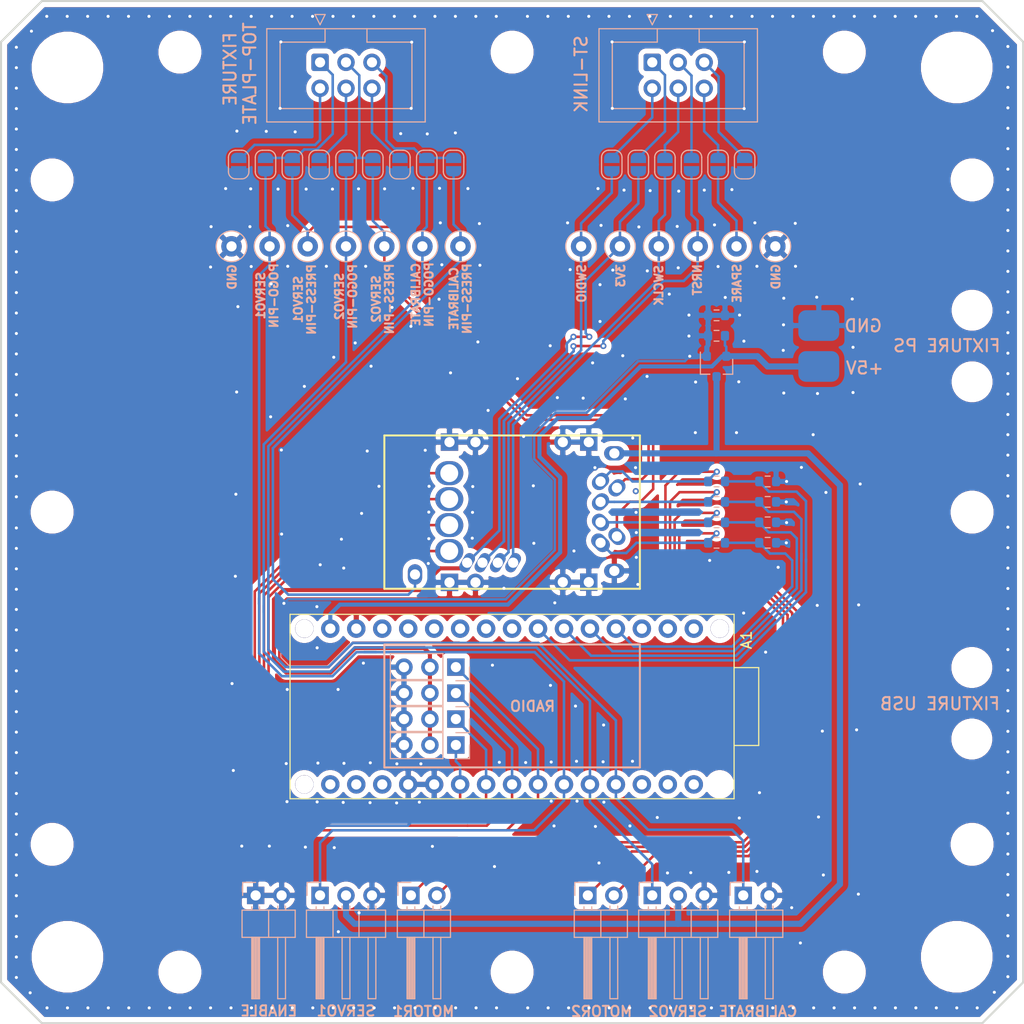
<source format=kicad_pcb>
(kicad_pcb (version 20171130) (host pcbnew "(5.1.10)-1")
  (layers (0 F.Cu signal) (31 B.Cu signal) (34 B.Paste user) (35 F.Paste user) (36 B.SilkS user) (37 F.SilkS user) (38 B.Mask user) (39 F.Mask user) (44 Edge.Cuts user))
  (net 0 "")
  (net 1 "Net-(A1-Pad1)")
  (net 2 "Net-(A1-Pad17)")
  (net 3 "Net-(A1-Pad2)")
  (net 4 "Net-(A1-Pad18)")
  (net 5 "Net-(A1-Pad3)")
  (net 6 "Net-(A1-Pad19)")
  (net 7 GND)
  (net 8 "Net-(A1-Pad20)")
  (net 9 "Net-(A1-Pad21)")
  (net 10 /RADIO1)
  (net 11 "Net-(A1-Pad22)")
  (net 12 /RADIO2)
  (net 13 "Net-(A1-Pad23)")
  (net 14 /RADIO3)
  (net 15 "Net-(A1-Pad24)")
  (net 16 /RADIO4)
  (net 17 "Net-(A1-Pad25)")
  (net 18 /SERVO1)
  (net 19 "Net-(A1-Pad26)")
  (net 20 /SERVO2)
  (net 21 "Net-(A1-Pad27)")
  (net 22 /CAL)
  (net 23 "Net-(A1-Pad28)")
  (net 24 "Net-(A1-Pad13)")
  (net 25 "Net-(A1-Pad14)")
  (net 26 +5V)
  (net 27 "Net-(A1-Pad15)")
  (net 28 "Net-(A1-Pad16)")
  (net 29 +3V3)
  (net 30 VCC)
  (net 31 /M1-)
  (net 32 /M1+)
  (net 33 /M2-)
  (net 34 /M2+)
  (net 35 "Net-(J19-Pad6)")
  (net 36 "Net-(J19-Pad4)")
  (net 37 "Net-(J19-Pad2)")
  (net 38 "Net-(J19-Pad5)")
  (net 39 "Net-(J19-Pad3)")
  (net 40 "Net-(J19-Pad1)")
  (net 41 "Net-(J20-Pad1)")
  (net 42 "Net-(J20-Pad3)")
  (net 43 "Net-(J20-Pad5)")
  (net 44 "Net-(J20-Pad2)")
  (net 45 "Net-(J20-Pad4)")
  (net 46 "Net-(J20-Pad6)")
  (net 47 /NRST)
  (net 48 /SWDIO)
  (net 49 /SWCLK)
  (net 50 "Net-(JP12-Pad2)")
  (net 51 /CAL_PIN)
  (net 52 /SERVO1_PIN)
  (net 53 /SERVO2_PIN)
  (module Connector_PinHeader_2.54mm:PinHeader_1x02_P2.54mm_Vertical (layer B.Cu) (at 157.5 93.15 90)
    (fp_text reference J33 hide)
    (fp_text value Conn_01x02)
    (pad 2 thru_hole oval (at 0 -2.54 90) (size 1.7 1.7) (drill 1) (layers *.Cu *.Mask) (net 7 GND))
    (pad 1 thru_hole rect (at 0 0 90) (size 1.7 1.7) (drill 1) (layers *.Cu *.Mask) (net 7 GND))
  )
  (module Connector_PinHeader_2.54mm:PinHeader_1x02_P2.54mm_Vertical (layer B.Cu) (at 157.5 106.85 90)
    (fp_text reference J32 hide)
    (fp_text value Conn_01x02)
    (pad 1 thru_hole rect (at 0 0 90) (size 1.7 1.7) (drill 1) (layers *.Cu *.Mask) (net 7 GND))
    (pad 2 thru_hole oval (at 0 -2.54 90) (size 1.7 1.7) (drill 1) (layers *.Cu *.Mask) (net 7 GND))
  )
  (module Connector_PinHeader_2.54mm:PinHeader_1x02_P2.54mm_Vertical (layer B.Cu) (at 143.875 93.15 270)
    (fp_text reference J31 hide)
    (fp_text value Conn_01x02)
    (pad 2 thru_hole oval (at 0 -2.54 270) (size 1.7 1.7) (drill 1) (layers *.Cu *.Mask) (net 7 GND))
    (pad 1 thru_hole rect (at 0 0 270) (size 1.7 1.7) (drill 1) (layers *.Cu *.Mask) (net 7 GND))
  )
  (module Connector_PinHeader_2.54mm:PinHeader_1x02_P2.54mm_Vertical (layer B.Cu) (at 143.875 106.875 270)
    (fp_text reference J30 hide)
    (fp_text value Conn_01x02)
    (pad 1 thru_hole rect (at 0 0 270) (size 1.7 1.7) (drill 1) (layers *.Cu *.Mask) (net 7 GND))
    (pad 2 thru_hole oval (at 0 -2.54 270) (size 1.7 1.7) (drill 1) (layers *.Cu *.Mask) (net 7 GND))
  )
  (module MountingHole:MountingHole_3mm (layer F.Cu) (at 194.975 122.2)
    (fp_text reference H5 hide)
    (fp_text value MountingHole hide)
    (pad 1 np_thru_hole circle (at 0 0) (size 3 3) (drill 3) (layers *.Cu *.Mask))
  )
  (module MountingHole:MountingHole_3mm (layer F.Cu) (at 194.975 115.2)
    (fp_text reference H6 hide)
    (fp_text value MountingHole hide)
    (pad 1 np_thru_hole circle (at 0 0) (size 3 3) (drill 3) (layers *.Cu *.Mask))
  )
  (module MountingHole:MountingHole_6mm (layer F.Cu) (at 106.5 143.5)
    (fp_text reference H1 hide)
    (fp_text value MountingHole hide)
    (pad 1 np_thru_hole circle (at 0 0) (size 6 6) (drill 6) (layers *.Cu *.Mask))
  )
  (module MountingHole:MountingHole_6mm (layer F.Cu) (at 193.5 143.5)
    (fp_text reference H2 hide)
    (fp_text value MountingHole hide)
    (pad 1 np_thru_hole circle (at 0 0) (size 6 6) (drill 6) (layers *.Cu *.Mask))
  )
  (module MountingHole:MountingHole_6mm (layer F.Cu) (at 106.5 56.5)
    (fp_text reference H3 hide)
    (fp_text value MountingHole hide)
    (pad 1 np_thru_hole circle (at 0 0) (size 6 6) (drill 6) (layers *.Cu *.Mask))
  )
  (module MountingHole:MountingHole_6mm (layer F.Cu) (at 193.5 56.5)
    (fp_text reference H4 hide)
    (fp_text value MountingHole hide)
    (pad 1 np_thru_hole circle (at 0 0) (size 6 6) (drill 6) (layers *.Cu *.Mask))
  )
  (module MountingHole:MountingHole_3mm (layer F.Cu) (at 195 87.25)
    (fp_text reference H5 hide)
    (fp_text value MountingHole hide)
    (pad 1 np_thru_hole circle (at 0 0) (size 3 3) (drill 3) (layers *.Cu *.Mask))
  )
  (module MountingHole:MountingHole_3mm (layer F.Cu) (at 195 80.25)
    (fp_text reference H6 hide)
    (fp_text value MountingHole hide)
    (pad 1 np_thru_hole circle (at 0 0) (size 3 3) (drill 3) (layers *.Cu *.Mask))
  )
  (module MountingHole:MountingHole_3.2mm_M3 (layer F.Cu) (at 117.5 55)
    (fp_text reference H9 hide)
    (fp_text value MountingHole hide)
    (pad 1 np_thru_hole circle (at 0 0) (size 3.2 3.2) (drill 3.2) (layers *.Cu *.Mask))
  )
  (module MountingHole:MountingHole_3.2mm_M3 (layer F.Cu) (at 150 55)
    (fp_text reference H10 hide)
    (fp_text value MountingHole hide)
    (pad 1 np_thru_hole circle (at 0 0) (size 3.2 3.2) (drill 3.2) (layers *.Cu *.Mask))
  )
  (module MountingHole:MountingHole_3.2mm_M3 (layer F.Cu) (at 182.5 55)
    (fp_text reference H11 hide)
    (fp_text value MountingHole hide)
    (pad 1 np_thru_hole circle (at 0 0) (size 3.2 3.2) (drill 3.2) (layers *.Cu *.Mask))
  )
  (module MountingHole:MountingHole_3.2mm_M3 (layer F.Cu) (at 195 67.5)
    (fp_text reference H12 hide)
    (fp_text value MountingHole hide)
    (pad 1 np_thru_hole circle (at 0 0) (size 3.2 3.2) (drill 3.2) (layers *.Cu *.Mask))
  )
  (module MountingHole:MountingHole_3.2mm_M3 (layer F.Cu) (at 195 100)
    (fp_text reference H13 hide)
    (fp_text value MountingHole hide)
    (pad 1 np_thru_hole circle (at 0 0) (size 3.2 3.2) (drill 3.2) (layers *.Cu *.Mask))
  )
  (module MountingHole:MountingHole_3.2mm_M3 (layer F.Cu) (at 195 132.5)
    (fp_text reference H14 hide)
    (fp_text value MountingHole hide)
    (pad 1 np_thru_hole circle (at 0 0) (size 3.2 3.2) (drill 3.2) (layers *.Cu *.Mask))
  )
  (module MountingHole:MountingHole_3.2mm_M3 (layer F.Cu) (at 182.5 145)
    (fp_text reference H15 hide)
    (fp_text value MountingHole hide)
    (pad 1 np_thru_hole circle (at 0 0) (size 3.2 3.2) (drill 3.2) (layers *.Cu *.Mask))
  )
  (module MountingHole:MountingHole_3.2mm_M3 (layer F.Cu) (at 150 145)
    (fp_text reference H16 hide)
    (fp_text value MountingHole hide)
    (pad 1 np_thru_hole circle (at 0 0) (size 3.2 3.2) (drill 3.2) (layers *.Cu *.Mask))
  )
  (module MountingHole:MountingHole_3.2mm_M3 (layer F.Cu) (at 117.5 145)
    (fp_text reference H17 hide)
    (fp_text value MountingHole hide)
    (pad 1 np_thru_hole circle (at 0 0) (size 3.2 3.2) (drill 3.2) (layers *.Cu *.Mask))
  )
  (module MountingHole:MountingHole_3.2mm_M3 (layer F.Cu) (at 105 132.5)
    (fp_text reference H18 hide)
    (fp_text value MountingHole hide)
    (pad 1 np_thru_hole circle (at 0 0) (size 3.2 3.2) (drill 3.2) (layers *.Cu *.Mask))
  )
  (module MountingHole:MountingHole_3.2mm_M3 (layer F.Cu) (at 105 100)
    (fp_text reference H19 hide)
    (fp_text value MountingHole hide)
    (pad 1 np_thru_hole circle (at 0 0) (size 3.2 3.2) (drill 3.2) (layers *.Cu *.Mask))
  )
  (module MountingHole:MountingHole_3.2mm_M3 (layer F.Cu) (at 105 67.5)
    (fp_text reference H20 hide)
    (fp_text value MountingHole hide)
    (pad 1 np_thru_hole circle (at 0 0) (size 3.2 3.2) (drill 3.2) (layers *.Cu *.Mask))
  )
  (module Connector_PinHeader_2.54mm:PinHeader_1x03_P2.54mm_Vertical (layer B.Cu) (at 144.5 122.785 90)
    (fp_text reference J1 hide)
    (fp_text value Conn_01x03 hide)
    (pad 3 thru_hole oval (at 0 -5.08 90) (size 1.7 1.7) (drill 1) (layers *.Cu *.Mask) (net 7 GND))
    (pad 2 thru_hole oval (at 0 -2.54 90) (size 1.7 1.7) (drill 1) (layers *.Cu *.Mask) (net 29 +3V3))
    (pad 1 thru_hole rect (at 0 0 90) (size 1.7 1.7) (drill 1) (layers *.Cu *.Mask) (net 10 /RADIO1))
  )
  (module Connector_PinHeader_2.54mm:PinHeader_1x03_P2.54mm_Vertical (layer B.Cu) (at 144.5 120.245 90)
    (fp_text reference J2 hide)
    (fp_text value Conn_01x03 hide)
    (pad 1 thru_hole rect (at 0 0 90) (size 1.7 1.7) (drill 1) (layers *.Cu *.Mask) (net 12 /RADIO2))
    (pad 2 thru_hole oval (at 0 -2.54 90) (size 1.7 1.7) (drill 1) (layers *.Cu *.Mask) (net 29 +3V3))
    (pad 3 thru_hole oval (at 0 -5.08 90) (size 1.7 1.7) (drill 1) (layers *.Cu *.Mask) (net 7 GND))
  )
  (module Connector_PinHeader_2.54mm:PinHeader_1x03_P2.54mm_Vertical (layer B.Cu) (at 144.5 117.705 90)
    (fp_text reference J3 hide)
    (fp_text value Conn_01x03 hide)
    (pad 3 thru_hole oval (at 0 -5.08 90) (size 1.7 1.7) (drill 1) (layers *.Cu *.Mask) (net 7 GND))
    (pad 2 thru_hole oval (at 0 -2.54 90) (size 1.7 1.7) (drill 1) (layers *.Cu *.Mask) (net 29 +3V3))
    (pad 1 thru_hole rect (at 0 0 90) (size 1.7 1.7) (drill 1) (layers *.Cu *.Mask) (net 14 /RADIO3))
  )
  (module Connector_PinHeader_2.54mm:PinHeader_1x03_P2.54mm_Vertical (layer B.Cu) (at 144.5 115.165 90)
    (fp_text reference J4 hide)
    (fp_text value Conn_01x03 hide)
    (pad 1 thru_hole rect (at 0 0 90) (size 1.7 1.7) (drill 1) (layers *.Cu *.Mask) (net 16 /RADIO4))
    (pad 2 thru_hole oval (at 0 -2.54 90) (size 1.7 1.7) (drill 1) (layers *.Cu *.Mask) (net 29 +3V3))
    (pad 3 thru_hole oval (at 0 -5.08 90) (size 1.7 1.7) (drill 1) (layers *.Cu *.Mask) (net 7 GND))
  )
  (module Connector_IDC:IDC-Header_2x03_P2.54mm_Vertical (layer B.Cu) (at 131.21 56 270)
    (fp_text reference J19 hide)
    (fp_text value Conn_02x03_Odd_Even hide)
    (pad 6 thru_hole circle (at 2.54 -5.08 270) (size 1.7 1.7) (drill 1) (layers *.Cu *.Mask) (net 35 "Net-(J19-Pad6)"))
    (pad 4 thru_hole circle (at 2.54 -2.54 270) (size 1.7 1.7) (drill 1) (layers *.Cu *.Mask) (net 36 "Net-(J19-Pad4)"))
    (pad 2 thru_hole circle (at 2.54 0 270) (size 1.7 1.7) (drill 1) (layers *.Cu *.Mask) (net 37 "Net-(J19-Pad2)"))
    (pad 5 thru_hole circle (at 0 -5.08 270) (size 1.7 1.7) (drill 1) (layers *.Cu *.Mask) (net 38 "Net-(J19-Pad5)"))
    (pad 3 thru_hole circle (at 0 -2.54 270) (size 1.7 1.7) (drill 1) (layers *.Cu *.Mask) (net 39 "Net-(J19-Pad3)"))
    (pad 1 thru_hole roundrect (at 0 0 270) (size 1.7 1.7) (drill 1) (layers *.Cu *.Mask) (roundrect_rratio 0.1470588235294118) (net 40 "Net-(J19-Pad1)"))
  )
  (module Connector_IDC:IDC-Header_2x03_P2.54mm_Vertical (layer B.Cu) (at 163.71 56 270)
    (fp_text reference J20 hide)
    (fp_text value Conn_02x03_Odd_Even hide)
    (pad 1 thru_hole roundrect (at 0 0 270) (size 1.7 1.7) (drill 1) (layers *.Cu *.Mask) (roundrect_rratio 0.1470588235294118) (net 41 "Net-(J20-Pad1)"))
    (pad 3 thru_hole circle (at 0 -2.54 270) (size 1.7 1.7) (drill 1) (layers *.Cu *.Mask) (net 42 "Net-(J20-Pad3)"))
    (pad 5 thru_hole circle (at 0 -5.08 270) (size 1.7 1.7) (drill 1) (layers *.Cu *.Mask) (net 43 "Net-(J20-Pad5)"))
    (pad 2 thru_hole circle (at 2.54 0 270) (size 1.7 1.7) (drill 1) (layers *.Cu *.Mask) (net 44 "Net-(J20-Pad2)"))
    (pad 4 thru_hole circle (at 2.54 -2.54 270) (size 1.7 1.7) (drill 1) (layers *.Cu *.Mask) (net 45 "Net-(J20-Pad4)"))
    (pad 6 thru_hole circle (at 2.54 -5.08 270) (size 1.7 1.7) (drill 1) (layers *.Cu *.Mask) (net 46 "Net-(J20-Pad6)"))
  )
  (module Jumper:SolderJumper-2_P1.3mm_Open_RoundedPad1.0x1.5mm (layer B.Cu) (at 125.875 66 270)
    (fp_text reference JP1 hide)
    (fp_text value SolderJumper_2_Open)
    (pad 2 smd custom (at 0.65 0 270) (size 1 0.5) (layers B.Cu B.Mask) (net 18 /SERVO1) (options (clearance outline) (anchor rect)) (primitives (gr_circle (center 0 -0.25) (end 0.5 -0.25) (width 0)) (gr_circle (center 0 0.25) (end 0.5 0.25) (width 0)) (gr_poly (pts (xy 0 0.75) (xy -0.5 0.75) (xy -0.5 -0.75) (xy 0 -0.75)) (width 0))))
    (pad 1 smd custom (at -0.65 0 270) (size 1 0.5) (layers B.Cu B.Mask) (net 40 "Net-(J19-Pad1)") (options (clearance outline) (anchor rect)) (primitives (gr_circle (center 0 -0.25) (end 0.5 -0.25) (width 0)) (gr_circle (center 0 0.25) (end 0.5 0.25) (width 0)) (gr_poly (pts (xy 0 0.75) (xy 0.5 0.75) (xy 0.5 -0.75) (xy 0 -0.75)) (width 0))))
  )
  (module Jumper:SolderJumper-2_P1.3mm_Open_RoundedPad1.0x1.5mm (layer B.Cu) (at 133.75 66 270)
    (fp_text reference JP2 hide)
    (fp_text value SolderJumper_2_Open)
    (pad 1 smd custom (at -0.65 0 270) (size 1 0.5) (layers B.Cu B.Mask) (net 39 "Net-(J19-Pad3)") (options (clearance outline) (anchor rect)) (primitives (gr_circle (center 0 -0.25) (end 0.5 -0.25) (width 0)) (gr_circle (center 0 0.25) (end 0.5 0.25) (width 0)) (gr_poly (pts (xy 0 0.75) (xy 0.5 0.75) (xy 0.5 -0.75) (xy 0 -0.75)) (width 0))))
    (pad 2 smd custom (at 0.65 0 270) (size 1 0.5) (layers B.Cu B.Mask) (net 20 /SERVO2) (options (clearance outline) (anchor rect)) (primitives (gr_circle (center 0 -0.25) (end 0.5 -0.25) (width 0)) (gr_circle (center 0 0.25) (end 0.5 0.25) (width 0)) (gr_poly (pts (xy 0 0.75) (xy -0.5 0.75) (xy -0.5 -0.75) (xy 0 -0.75)) (width 0))))
  )
  (module Jumper:SolderJumper-2_P1.3mm_Open_RoundedPad1.0x1.5mm (layer B.Cu) (at 141.65 66 270)
    (fp_text reference JP3 hide)
    (fp_text value SolderJumper_2_Open)
    (pad 2 smd custom (at 0.65 0 270) (size 1 0.5) (layers B.Cu B.Mask) (net 22 /CAL) (options (clearance outline) (anchor rect)) (primitives (gr_circle (center 0 -0.25) (end 0.5 -0.25) (width 0)) (gr_circle (center 0 0.25) (end 0.5 0.25) (width 0)) (gr_poly (pts (xy 0 0.75) (xy -0.5 0.75) (xy -0.5 -0.75) (xy 0 -0.75)) (width 0))))
    (pad 1 smd custom (at -0.65 0 270) (size 1 0.5) (layers B.Cu B.Mask) (net 38 "Net-(J19-Pad5)") (options (clearance outline) (anchor rect)) (primitives (gr_circle (center 0 -0.25) (end 0.5 -0.25) (width 0)) (gr_circle (center 0 0.25) (end 0.5 0.25) (width 0)) (gr_poly (pts (xy 0 0.75) (xy 0.5 0.75) (xy 0.5 -0.75) (xy 0 -0.75)) (width 0))))
  )
  (module Jumper:SolderJumper-2_P1.3mm_Open_RoundedPad1.0x1.5mm (layer B.Cu) (at 162.35 66 270)
    (fp_text reference JP4 hide)
    (fp_text value SolderJumper_2_Open)
    (pad 1 smd custom (at -0.65 0 270) (size 1 0.5) (layers B.Cu B.Mask) (net 41 "Net-(J20-Pad1)") (options (clearance outline) (anchor rect)) (primitives (gr_circle (center 0 -0.25) (end 0.5 -0.25) (width 0)) (gr_circle (center 0 0.25) (end 0.5 0.25) (width 0)) (gr_poly (pts (xy 0 0.75) (xy 0.5 0.75) (xy 0.5 -0.75) (xy 0 -0.75)) (width 0))))
    (pad 2 smd custom (at 0.65 0 270) (size 1 0.5) (layers B.Cu B.Mask) (net 29 +3V3) (options (clearance outline) (anchor rect)) (primitives (gr_circle (center 0 -0.25) (end 0.5 -0.25) (width 0)) (gr_circle (center 0 0.25) (end 0.5 0.25) (width 0)) (gr_poly (pts (xy 0 0.75) (xy -0.5 0.75) (xy -0.5 -0.75) (xy 0 -0.75)) (width 0))))
  )
  (module Jumper:SolderJumper-2_P1.3mm_Open_RoundedPad1.0x1.5mm (layer B.Cu) (at 167.55 66 270)
    (fp_text reference JP5 hide)
    (fp_text value SolderJumper_2_Open)
    (pad 2 smd custom (at 0.65 0 270) (size 1 0.5) (layers B.Cu B.Mask) (net 47 /NRST) (options (clearance outline) (anchor rect)) (primitives (gr_circle (center 0 -0.25) (end 0.5 -0.25) (width 0)) (gr_circle (center 0 0.25) (end 0.5 0.25) (width 0)) (gr_poly (pts (xy 0 0.75) (xy -0.5 0.75) (xy -0.5 -0.75) (xy 0 -0.75)) (width 0))))
    (pad 1 smd custom (at -0.65 0 270) (size 1 0.5) (layers B.Cu B.Mask) (net 42 "Net-(J20-Pad3)") (options (clearance outline) (anchor rect)) (primitives (gr_circle (center 0 -0.25) (end 0.5 -0.25) (width 0)) (gr_circle (center 0 0.25) (end 0.5 0.25) (width 0)) (gr_poly (pts (xy 0 0.75) (xy 0.5 0.75) (xy 0.5 -0.75) (xy 0 -0.75)) (width 0))))
  )
  (module Jumper:SolderJumper-2_P1.3mm_Open_RoundedPad1.0x1.5mm (layer B.Cu) (at 172.75 66 270)
    (fp_text reference JP6 hide)
    (fp_text value SolderJumper_2_Open)
    (pad 2 smd custom (at 0.65 0 270) (size 1 0.5) (layers B.Cu B.Mask) (net 7 GND) (options (clearance outline) (anchor rect)) (primitives (gr_circle (center 0 -0.25) (end 0.5 -0.25) (width 0)) (gr_circle (center 0 0.25) (end 0.5 0.25) (width 0)) (gr_poly (pts (xy 0 0.75) (xy -0.5 0.75) (xy -0.5 -0.75) (xy 0 -0.75)) (width 0))))
    (pad 1 smd custom (at -0.65 0 270) (size 1 0.5) (layers B.Cu B.Mask) (net 43 "Net-(J20-Pad5)") (options (clearance outline) (anchor rect)) (primitives (gr_circle (center 0 -0.25) (end 0.5 -0.25) (width 0)) (gr_circle (center 0 0.25) (end 0.5 0.25) (width 0)) (gr_poly (pts (xy 0 0.75) (xy 0.5 0.75) (xy 0.5 -0.75) (xy 0 -0.75)) (width 0))))
  )
  (module Jumper:SolderJumper-2_P1.3mm_Open_RoundedPad1.0x1.5mm (layer B.Cu) (at 123.25 66 270)
    (fp_text reference JP7 hide)
    (fp_text value SolderJumper_2_Open)
    (pad 1 smd custom (at -0.65 0 270) (size 1 0.5) (layers B.Cu B.Mask) (net 37 "Net-(J19-Pad2)") (options (clearance outline) (anchor rect)) (primitives (gr_circle (center 0 -0.25) (end 0.5 -0.25) (width 0)) (gr_circle (center 0 0.25) (end 0.5 0.25) (width 0)) (gr_poly (pts (xy 0 0.75) (xy 0.5 0.75) (xy 0.5 -0.75) (xy 0 -0.75)) (width 0))))
    (pad 2 smd custom (at 0.65 0 270) (size 1 0.5) (layers B.Cu B.Mask) (net 7 GND) (options (clearance outline) (anchor rect)) (primitives (gr_circle (center 0 -0.25) (end 0.5 -0.25) (width 0)) (gr_circle (center 0 0.25) (end 0.5 0.25) (width 0)) (gr_poly (pts (xy 0 0.75) (xy -0.5 0.75) (xy -0.5 -0.75) (xy 0 -0.75)) (width 0))))
  )
  (module Jumper:SolderJumper-2_P1.3mm_Open_RoundedPad1.0x1.5mm (layer B.Cu) (at 131.125 66 270)
    (fp_text reference JP8 hide)
    (fp_text value SolderJumper_2_Open)
    (pad 2 smd custom (at 0.65 0 270) (size 1 0.5) (layers B.Cu B.Mask) (net 7 GND) (options (clearance outline) (anchor rect)) (primitives (gr_circle (center 0 -0.25) (end 0.5 -0.25) (width 0)) (gr_circle (center 0 0.25) (end 0.5 0.25) (width 0)) (gr_poly (pts (xy 0 0.75) (xy -0.5 0.75) (xy -0.5 -0.75) (xy 0 -0.75)) (width 0))))
    (pad 1 smd custom (at -0.65 0 270) (size 1 0.5) (layers B.Cu B.Mask) (net 36 "Net-(J19-Pad4)") (options (clearance outline) (anchor rect)) (primitives (gr_circle (center 0 -0.25) (end 0.5 -0.25) (width 0)) (gr_circle (center 0 0.25) (end 0.5 0.25) (width 0)) (gr_poly (pts (xy 0 0.75) (xy 0.5 0.75) (xy 0.5 -0.75) (xy 0 -0.75)) (width 0))))
  )
  (module Jumper:SolderJumper-2_P1.3mm_Open_RoundedPad1.0x1.5mm (layer B.Cu) (at 139.025 66 270)
    (fp_text reference JP9 hide)
    (fp_text value SolderJumper_2_Open)
    (pad 1 smd custom (at -0.65 0 270) (size 1 0.5) (layers B.Cu B.Mask) (net 35 "Net-(J19-Pad6)") (options (clearance outline) (anchor rect)) (primitives (gr_circle (center 0 -0.25) (end 0.5 -0.25) (width 0)) (gr_circle (center 0 0.25) (end 0.5 0.25) (width 0)) (gr_poly (pts (xy 0 0.75) (xy 0.5 0.75) (xy 0.5 -0.75) (xy 0 -0.75)) (width 0))))
    (pad 2 smd custom (at 0.65 0 270) (size 1 0.5) (layers B.Cu B.Mask) (net 7 GND) (options (clearance outline) (anchor rect)) (primitives (gr_circle (center 0 -0.25) (end 0.5 -0.25) (width 0)) (gr_circle (center 0 0.25) (end 0.5 0.25) (width 0)) (gr_poly (pts (xy 0 0.75) (xy -0.5 0.75) (xy -0.5 -0.75) (xy 0 -0.75)) (width 0))))
  )
  (module Jumper:SolderJumper-2_P1.3mm_Open_RoundedPad1.0x1.5mm (layer B.Cu) (at 159.75 66 270)
    (fp_text reference JP10 hide)
    (fp_text value SolderJumper_2_Open)
    (pad 1 smd custom (at -0.65 0 270) (size 1 0.5) (layers B.Cu B.Mask) (net 44 "Net-(J20-Pad2)") (options (clearance outline) (anchor rect)) (primitives (gr_circle (center 0 -0.25) (end 0.5 -0.25) (width 0)) (gr_circle (center 0 0.25) (end 0.5 0.25) (width 0)) (gr_poly (pts (xy 0 0.75) (xy 0.5 0.75) (xy 0.5 -0.75) (xy 0 -0.75)) (width 0))))
    (pad 2 smd custom (at 0.65 0 270) (size 1 0.5) (layers B.Cu B.Mask) (net 48 /SWDIO) (options (clearance outline) (anchor rect)) (primitives (gr_circle (center 0 -0.25) (end 0.5 -0.25) (width 0)) (gr_circle (center 0 0.25) (end 0.5 0.25) (width 0)) (gr_poly (pts (xy 0 0.75) (xy -0.5 0.75) (xy -0.5 -0.75) (xy 0 -0.75)) (width 0))))
  )
  (module Jumper:SolderJumper-2_P1.3mm_Open_RoundedPad1.0x1.5mm (layer B.Cu) (at 164.95 66 270)
    (fp_text reference JP11 hide)
    (fp_text value SolderJumper_2_Open)
    (pad 1 smd custom (at -0.65 0 270) (size 1 0.5) (layers B.Cu B.Mask) (net 45 "Net-(J20-Pad4)") (options (clearance outline) (anchor rect)) (primitives (gr_circle (center 0 -0.25) (end 0.5 -0.25) (width 0)) (gr_circle (center 0 0.25) (end 0.5 0.25) (width 0)) (gr_poly (pts (xy 0 0.75) (xy 0.5 0.75) (xy 0.5 -0.75) (xy 0 -0.75)) (width 0))))
    (pad 2 smd custom (at 0.65 0 270) (size 1 0.5) (layers B.Cu B.Mask) (net 49 /SWCLK) (options (clearance outline) (anchor rect)) (primitives (gr_circle (center 0 -0.25) (end 0.5 -0.25) (width 0)) (gr_circle (center 0 0.25) (end 0.5 0.25) (width 0)) (gr_poly (pts (xy 0 0.75) (xy -0.5 0.75) (xy -0.5 -0.75) (xy 0 -0.75)) (width 0))))
  )
  (module Jumper:SolderJumper-2_P1.3mm_Open_RoundedPad1.0x1.5mm (layer B.Cu) (at 170.15 66 270)
    (fp_text reference JP12 hide)
    (fp_text value SolderJumper_2_Open)
    (pad 1 smd custom (at -0.65 0 270) (size 1 0.5) (layers B.Cu B.Mask) (net 46 "Net-(J20-Pad6)") (options (clearance outline) (anchor rect)) (primitives (gr_circle (center 0 -0.25) (end 0.5 -0.25) (width 0)) (gr_circle (center 0 0.25) (end 0.5 0.25) (width 0)) (gr_poly (pts (xy 0 0.75) (xy 0.5 0.75) (xy 0.5 -0.75) (xy 0 -0.75)) (width 0))))
    (pad 2 smd custom (at 0.65 0 270) (size 1 0.5) (layers B.Cu B.Mask) (net 50 "Net-(JP12-Pad2)") (options (clearance outline) (anchor rect)) (primitives (gr_circle (center 0 -0.25) (end 0.5 -0.25) (width 0)) (gr_circle (center 0 0.25) (end 0.5 0.25) (width 0)) (gr_poly (pts (xy 0 0.75) (xy -0.5 0.75) (xy -0.5 -0.75) (xy 0 -0.75)) (width 0))))
  )
  (module Q_MOSFET:SOT-23 (layer B.Cu) (at 170 85.75 270)
    (fp_text reference Q1 hide)
    (fp_text value FDN336P hide)
    (pad 3 smd roundrect (at 1 0 270) (size 0.9 0.8) (layers B.Cu B.Paste B.Mask) (net 30 VCC))
    (pad 2 smd roundrect (at -1 -0.95 270) (size 0.9 0.8) (layers B.Cu B.Paste B.Mask) (net 26 +5V))
    (pad 1 smd roundrect (at -1 0.95 270) (size 0.9 0.8) (layers B.Cu B.Paste B.Mask) (net 7 GND))
  )
  (module R_Resistor:R_0603 (layer B.Cu) (at 170 82.75 180)
    (fp_text reference R1 hide)
    (fp_text value R_0603 hide)
    (pad 2 smd roundrect (at 0.825 0 180) (size 0.8 0.95) (layers B.Cu B.Paste B.Mask) (net 7 GND))
    (pad 1 smd roundrect (at -0.825 0 180) (size 0.8 0.95) (layers B.Cu B.Paste B.Mask) (net 26 +5V))
  )
  (module R_Resistor:R_0603 (layer B.Cu) (at 170 80.75)
    (fp_text reference R2 hide)
    (fp_text value R_0603 hide)
    (pad 1 smd roundrect (at -0.825 0) (size 0.8 0.95) (layers B.Cu B.Paste B.Mask) (net 7 GND))
    (pad 2 smd roundrect (at 0.825 0) (size 0.8 0.95) (layers B.Cu B.Paste B.Mask) (net 7 GND))
  )
  (module R_Resistor:R_0603 (layer B.Cu) (at 170 97 180)
    (fp_text reference R3 hide)
    (fp_text value R_0603 hide)
    (pad 1 smd roundrect (at -0.825 0 180) (size 0.8 0.95) (layers B.Cu B.Paste B.Mask) (net 11 "Net-(A1-Pad22)"))
    (pad 2 smd roundrect (at 0.825 0 180) (size 0.8 0.95) (layers B.Cu B.Paste B.Mask) (net 32 /M1+))
  )
  (module R_Resistor:R_0603 (layer B.Cu) (at 175 97)
    (fp_text reference R4 hide)
    (fp_text value R_0603 hide)
    (pad 2 smd roundrect (at 0.825 0) (size 0.8 0.95) (layers B.Cu B.Paste B.Mask) (net 7 GND))
    (pad 1 smd roundrect (at -0.825 0) (size 0.8 0.95) (layers B.Cu B.Paste B.Mask) (net 11 "Net-(A1-Pad22)"))
  )
  (module R_Resistor:R_0603 (layer B.Cu) (at 170 99 180)
    (fp_text reference R5 hide)
    (fp_text value R_0603 hide)
    (pad 1 smd roundrect (at -0.825 0 180) (size 0.8 0.95) (layers B.Cu B.Paste B.Mask) (net 9 "Net-(A1-Pad21)"))
    (pad 2 smd roundrect (at 0.825 0 180) (size 0.8 0.95) (layers B.Cu B.Paste B.Mask) (net 31 /M1-))
  )
  (module R_Resistor:R_0603 (layer B.Cu) (at 175 99)
    (fp_text reference R6 hide)
    (fp_text value R_0603 hide)
    (pad 2 smd roundrect (at 0.825 0) (size 0.8 0.95) (layers B.Cu B.Paste B.Mask) (net 7 GND))
    (pad 1 smd roundrect (at -0.825 0) (size 0.8 0.95) (layers B.Cu B.Paste B.Mask) (net 9 "Net-(A1-Pad21)"))
  )
  (module R_Resistor:R_0603 (layer B.Cu) (at 170 101 180)
    (fp_text reference R7 hide)
    (fp_text value R_0603 hide)
    (pad 2 smd roundrect (at 0.825 0 180) (size 0.8 0.95) (layers B.Cu B.Paste B.Mask) (net 34 /M2+))
    (pad 1 smd roundrect (at -0.825 0 180) (size 0.8 0.95) (layers B.Cu B.Paste B.Mask) (net 8 "Net-(A1-Pad20)"))
  )
  (module R_Resistor:R_0603 (layer B.Cu) (at 175 101)
    (fp_text reference R8 hide)
    (fp_text value R_0603 hide)
    (pad 1 smd roundrect (at -0.825 0) (size 0.8 0.95) (layers B.Cu B.Paste B.Mask) (net 8 "Net-(A1-Pad20)"))
    (pad 2 smd roundrect (at 0.825 0) (size 0.8 0.95) (layers B.Cu B.Paste B.Mask) (net 7 GND))
  )
  (module R_Resistor:R_0603 (layer B.Cu) (at 170 103 180)
    (fp_text reference R9 hide)
    (fp_text value R_0603 hide)
    (pad 1 smd roundrect (at -0.825 0 180) (size 0.8 0.95) (layers B.Cu B.Paste B.Mask) (net 6 "Net-(A1-Pad19)"))
    (pad 2 smd roundrect (at 0.825 0 180) (size 0.8 0.95) (layers B.Cu B.Paste B.Mask) (net 33 /M2-))
  )
  (module R_Resistor:R_0603 (layer B.Cu) (at 175 103)
    (fp_text reference R10 hide)
    (fp_text value R_0603 hide)
    (pad 2 smd roundrect (at 0.825 0) (size 0.8 0.95) (layers B.Cu B.Paste B.Mask) (net 7 GND))
    (pad 1 smd roundrect (at -0.825 0) (size 0.8 0.95) (layers B.Cu B.Paste B.Mask) (net 6 "Net-(A1-Pad19)"))
  )
  (module A_Assembly:Arduino_Nano_WithMountingHoles (layer F.Cu) (at 128.275 110 270)
    (fp_text reference A1 (at 2.5 -44.65 90) (layer F.SilkS))
    (fp_text value Arduino_Nano_v2.x)
    (pad 11 thru_hole oval (at 16.64 -29.34 90) (size 1.8 1.8) (drill 1) (layers *.Cu *.Mask) (net 20 /SERVO2))
    (pad 18 thru_hole oval (at 1.4 -34.42 90) (size 1.8 1.8) (drill 1) (layers *.Cu *.Mask) (net 4 "Net-(A1-Pad18)"))
    (pad 9 thru_hole oval (at 16.64 -24.26 90) (size 1.8 1.8) (drill 1) (layers *.Cu *.Mask) (net 16 /RADIO4))
    (pad 19 thru_hole oval (at 1.4 -31.88 90) (size 1.8 1.8) (drill 1) (layers *.Cu *.Mask) (net 6 "Net-(A1-Pad19)"))
    (pad "" np_thru_hole circle (at 16.64 -42.04 90) (size 1.8 1.8) (drill 1.8) (layers *.Cu *.Mask))
    (pad 26 thru_hole oval (at 1.4 -14.1 90) (size 1.8 1.8) (drill 1) (layers *.Cu *.Mask) (net 19 "Net-(A1-Pad26)"))
    (pad 14 thru_hole oval (at 16.64 -36.96 90) (size 1.8 1.8) (drill 1) (layers *.Cu *.Mask) (net 25 "Net-(A1-Pad14)"))
    (pad 16 thru_hole oval (at 1.4 -39.5 90) (size 1.8 1.8) (drill 1) (layers *.Cu *.Mask) (net 28 "Net-(A1-Pad16)"))
    (pad 24 thru_hole oval (at 1.4 -19.18 90) (size 1.8 1.8) (drill 1) (layers *.Cu *.Mask) (net 15 "Net-(A1-Pad24)"))
    (pad "" np_thru_hole circle (at 16.64 -1.4 90) (size 1.8 1.8) (drill 1.78) (layers *.Cu *.Mask))
    (pad 5 thru_hole oval (at 16.64 -14.1 90) (size 1.8 1.8) (drill 1) (layers *.Cu *.Mask) (net 7 GND))
    (pad 27 thru_hole oval (at 1.4 -11.56 90) (size 1.8 1.8) (drill 1) (layers *.Cu *.Mask) (net 21 "Net-(A1-Pad27)"))
    (pad 13 thru_hole oval (at 16.64 -34.42 90) (size 1.8 1.8) (drill 1) (layers *.Cu *.Mask) (net 24 "Net-(A1-Pad13)"))
    (pad 30 thru_hole oval (at 1.4 -3.94 90) (size 1.8 1.8) (drill 1) (layers *.Cu *.Mask) (net 26 +5V))
    (pad 17 thru_hole oval (at 1.4 -36.96 90) (size 1.8 1.8) (drill 1) (layers *.Cu *.Mask) (net 2 "Net-(A1-Pad17)"))
    (pad 2 thru_hole oval (at 16.64 -6.48 90) (size 1.8 1.8) (drill 1) (layers *.Cu *.Mask) (net 3 "Net-(A1-Pad2)"))
    (pad "" np_thru_hole circle (at 1.4 -1.4 90) (size 1.8 1.8) (drill 1.78) (layers *.Cu *.Mask))
    (pad "" np_thru_hole circle (at 1.4 -42.04 90) (size 1.8 1.8) (drill 1.78) (layers *.Cu *.Mask))
    (pad 8 thru_hole oval (at 16.64 -21.72 90) (size 1.8 1.8) (drill 1) (layers *.Cu *.Mask) (net 14 /RADIO3))
    (pad 25 thru_hole oval (at 1.4 -16.64 90) (size 1.8 1.8) (drill 1) (layers *.Cu *.Mask) (net 17 "Net-(A1-Pad25)"))
    (pad 1 thru_hole circle (at 16.64 -3.94 90) (size 1.8 1.8) (drill 1) (layers *.Cu *.Mask) (net 1 "Net-(A1-Pad1)"))
    (pad 20 thru_hole oval (at 1.4 -29.34 90) (size 1.8 1.8) (drill 1) (layers *.Cu *.Mask) (net 8 "Net-(A1-Pad20)"))
    (pad 23 thru_hole oval (at 1.4 -21.72 90) (size 1.8 1.8) (drill 1) (layers *.Cu *.Mask) (net 13 "Net-(A1-Pad23)"))
    (pad 22 thru_hole oval (at 1.4 -24.26 90) (size 1.8 1.8) (drill 1) (layers *.Cu *.Mask) (net 11 "Net-(A1-Pad22)"))
    (pad 4 thru_hole oval (at 16.64 -11.56 90) (size 1.8 1.8) (drill 1) (layers *.Cu *.Mask) (net 7 GND))
    (pad 15 thru_hole oval (at 16.64 -39.5 90) (size 1.8 1.8) (drill 1) (layers *.Cu *.Mask) (net 27 "Net-(A1-Pad15)"))
    (pad 28 thru_hole oval (at 1.4 -9.02 90) (size 1.8 1.8) (drill 1) (layers *.Cu *.Mask) (net 23 "Net-(A1-Pad28)"))
    (pad 29 thru_hole oval (at 1.4 -6.48 90) (size 1.8 1.8) (drill 1) (layers *.Cu *.Mask) (net 7 GND))
    (pad 3 thru_hole oval (at 16.64 -9.02 90) (size 1.8 1.8) (drill 1) (layers *.Cu *.Mask) (net 5 "Net-(A1-Pad3)"))
    (pad 10 thru_hole oval (at 16.64 -26.8 90) (size 1.8 1.8) (drill 1) (layers *.Cu *.Mask) (net 18 /SERVO1))
    (pad 21 thru_hole oval (at 1.4 -26.8 90) (size 1.8 1.8) (drill 1) (layers *.Cu *.Mask) (net 9 "Net-(A1-Pad21)"))
    (pad 6 thru_hole oval (at 16.64 -16.64 90) (size 1.8 1.8) (drill 1) (layers *.Cu *.Mask) (net 10 /RADIO1))
    (pad 7 thru_hole oval (at 16.64 -19.18 90) (size 1.8 1.8) (drill 1) (layers *.Cu *.Mask) (net 12 /RADIO2))
    (pad 12 thru_hole oval (at 16.64 -31.88 90) (size 1.8 1.8) (drill 1) (layers *.Cu *.Mask) (net 22 /CAL))
  )
  (module Connector_PinHeader_2.54mm:PinHeader_1x03_P2.54mm_Horizontal (layer B.Cu) (at 131.21 137.5 270)
    (fp_text reference J5 hide)
    (fp_text value Conn_01x03 hide)
    (pad 3 thru_hole oval (at 0 -5.08 270) (size 1.7 1.7) (drill 1) (layers *.Cu *.Mask) (net 7 GND))
    (pad 2 thru_hole oval (at 0 -2.54 270) (size 1.7 1.7) (drill 1) (layers *.Cu *.Mask) (net 30 VCC))
    (pad 1 thru_hole rect (at 0 0 270) (size 1.7 1.7) (drill 1) (layers *.Cu *.Mask) (net 18 /SERVO1))
  )
  (module Connector_PinHeader_2.54mm:PinHeader_1x03_P2.54mm_Horizontal (layer B.Cu) (at 163.71 137.5 270)
    (fp_text reference J6 hide)
    (fp_text value Conn_01x03 hide)
    (pad 3 thru_hole oval (at 0 -5.08 270) (size 1.7 1.7) (drill 1) (layers *.Cu *.Mask) (net 7 GND))
    (pad 2 thru_hole oval (at 0 -2.54 270) (size 1.7 1.7) (drill 1) (layers *.Cu *.Mask) (net 30 VCC))
    (pad 1 thru_hole rect (at 0 0 270) (size 1.7 1.7) (drill 1) (layers *.Cu *.Mask) (net 20 /SERVO2))
  )
  (module Connector_PinHeader_2.54mm:PinHeader_1x02_P2.54mm_Horizontal (layer B.Cu) (at 140.1 137.5 270)
    (fp_text reference J7 hide)
    (fp_text value Conn_01x02 hide)
    (pad 1 thru_hole rect (at 0 0 270) (size 1.7 1.7) (drill 1) (layers *.Cu *.Mask) (net 32 /M1+))
    (pad 2 thru_hole oval (at 0 -2.54 270) (size 1.7 1.7) (drill 1) (layers *.Cu *.Mask) (net 31 /M1-))
  )
  (module Connector_PinHeader_2.54mm:PinHeader_1x02_P2.54mm_Horizontal (layer B.Cu) (at 157.41 137.5 270)
    (fp_text reference J8 hide)
    (fp_text value Conn_01x02 hide)
    (pad 1 thru_hole rect (at 0 0 270) (size 1.7 1.7) (drill 1) (layers *.Cu *.Mask) (net 34 /M2+))
    (pad 2 thru_hole oval (at 0 -2.54 270) (size 1.7 1.7) (drill 1) (layers *.Cu *.Mask) (net 33 /M2-))
  )
  (module Connector_PinHeader_2.54mm:PinHeader_1x02_P2.54mm_Horizontal (layer B.Cu) (at 172.61 137.5 270)
    (fp_text reference J9 hide)
    (fp_text value Conn_01x02 hide)
    (pad 2 thru_hole oval (at 0 -2.54 270) (size 1.7 1.7) (drill 1) (layers *.Cu *.Mask) (net 7 GND))
    (pad 1 thru_hole rect (at 0 0 270) (size 1.7 1.7) (drill 1) (layers *.Cu *.Mask) (net 22 /CAL))
  )
  (module Connector_PinHeader_2.54mm:PinHeader_1x02_P2.54mm_Horizontal (layer B.Cu) (at 124.91 137.5 270)
    (fp_text reference J10 hide)
    (fp_text value Conn_01x02 hide)
    (pad 1 thru_hole rect (at 0 0 270) (size 1.7 1.7) (drill 1) (layers *.Cu *.Mask) (net 7 GND))
    (pad 2 thru_hole oval (at 0 -2.54 270) (size 1.7 1.7) (drill 1) (layers *.Cu *.Mask) (net 7 GND))
  )
  (module N-NonPart:MountingPad_4.0x3.0mm (layer B.Cu) (at 180 85.75 180)
    (fp_text reference H7 hide)
    (fp_text value MountingHole_Pad hide)
    (pad 1 smd roundrect (at 0 0 180) (size 4 3) (layers B.Cu B.Mask) (net 26 +5V))
  )
  (module N-NonPart:MountingPad_4.0x3.0mm (layer B.Cu) (at 180 81.75 180)
    (fp_text reference H8 hide)
    (fp_text value MountingHole_Pad hide)
    (pad 1 smd roundrect (at 0 0 180) (size 4 3) (layers B.Cu B.Mask) (net 7 GND))
  )
  (module TestPoint:TestPoint_Loop_D2.50mm_Drill1.0mm (layer B.Cu) (at 126.275 74)
    (fp_text reference TP10 hide)
    (fp_text value TestPoint)
    (pad 1 thru_hole circle (at 0 0) (size 2 2) (drill 1) (layers *.Cu *.Mask) (net 18 /SERVO1))
  )
  (module TestPoint:TestPoint_Loop_D2.50mm_Drill1.0mm (layer B.Cu) (at 133.75 74)
    (fp_text reference TP11 hide)
    (fp_text value TestPoint)
    (pad 1 thru_hole circle (at 0 0) (size 2 2) (drill 1) (layers *.Cu *.Mask) (net 20 /SERVO2))
  )
  (module TestPoint:TestPoint_Loop_D2.50mm_Drill1.0mm (layer B.Cu) (at 141.225 74)
    (fp_text reference TP12 hide)
    (fp_text value TestPoint)
    (pad 1 thru_hole circle (at 0 0) (size 2 2) (drill 1) (layers *.Cu *.Mask) (net 22 /CAL))
  )
  (module TestPoint:TestPoint_Loop_D2.50mm_Drill1.0mm (layer B.Cu) (at 160.55 74)
    (fp_text reference TP13 hide)
    (fp_text value TestPoint)
    (pad 1 thru_hole circle (at 0 0) (size 2 2) (drill 1) (layers *.Cu *.Mask) (net 29 +3V3))
  )
  (module TestPoint:TestPoint_Loop_D2.50mm_Drill1.0mm (layer B.Cu) (at 168.15 74)
    (fp_text reference TP14 hide)
    (fp_text value TestPoint)
    (pad 1 thru_hole circle (at 0 0) (size 2 2) (drill 1) (layers *.Cu *.Mask) (net 47 /NRST))
  )
  (module TestPoint:TestPoint_Loop_D2.50mm_Drill1.0mm (layer B.Cu) (at 175.75 74)
    (fp_text reference TP15 hide)
    (fp_text value TestPoint)
    (pad 1 thru_hole circle (at 0 0) (size 2 2) (drill 1) (layers *.Cu *.Mask) (net 7 GND))
  )
  (module TestPoint:TestPoint_Loop_D2.50mm_Drill1.0mm (layer B.Cu) (at 122.55 74)
    (fp_text reference TP26 hide)
    (fp_text value TestPoint)
    (pad 1 thru_hole circle (at 0 0) (size 2 2) (drill 1) (layers *.Cu *.Mask) (net 7 GND))
  )
  (module TestPoint:TestPoint_Loop_D2.50mm_Drill1.0mm (layer B.Cu) (at 156.75 74 180)
    (fp_text reference TP27 hide)
    (fp_text value TestPoint)
    (pad 1 thru_hole circle (at 0 0 180) (size 2 2) (drill 1) (layers *.Cu *.Mask) (net 48 /SWDIO))
  )
  (module TestPoint:TestPoint_Loop_D2.50mm_Drill1.0mm (layer B.Cu) (at 164.35 74)
    (fp_text reference TP28 hide)
    (fp_text value TestPoint)
    (pad 1 thru_hole circle (at 0 0) (size 2 2) (drill 1) (layers *.Cu *.Mask) (net 49 /SWCLK))
  )
  (module TestPoint:TestPoint_Loop_D2.50mm_Drill1.0mm (layer B.Cu) (at 171.95 74)
    (fp_text reference TP29 hide)
    (fp_text value TestPoint)
    (pad 1 thru_hole circle (at 0 0) (size 2 2) (drill 1) (layers *.Cu *.Mask) (net 50 "Net-(JP12-Pad2)"))
  )
  (module J_Connector:R-0-SC (layer F.Cu) (at 158.65 97 45)
    (fp_text reference J22 hide)
    (fp_text value Test_Pin)
    (pad 1 thru_hole oval (at 0 0 225) (size 1.8 1.4) (drill 1) (layers *.Cu *.Mask) (net 32 /M1+))
  )
  (module J_Connector:R-2-SC (layer F.Cu) (at 143.85 103.81)
    (fp_text reference J11 hide)
    (fp_text value Test_Pin)
    (pad 1 thru_hole oval (at 0 0 180) (size 2.75 2.34) (drill 1.75) (layers *.Cu *.Mask) (net 10 /RADIO1))
  )
  (module J_Connector:R-2-SC (layer F.Cu) (at 143.85 101.27)
    (fp_text reference J12 hide)
    (fp_text value Test_Pin)
    (pad 1 thru_hole oval (at 0 0 180) (size 2.75 2.34) (drill 1.75) (layers *.Cu *.Mask) (net 12 /RADIO2))
  )
  (module J_Connector:R-2-SC (layer F.Cu) (at 143.85 98.73)
    (fp_text reference J13 hide)
    (fp_text value Test_Pin)
    (pad 1 thru_hole oval (at 0 0 180) (size 2.75 2.34) (drill 1.75) (layers *.Cu *.Mask) (net 14 /RADIO3))
  )
  (module J_Connector:R-2-SC (layer F.Cu) (at 143.85 96.19)
    (fp_text reference J14 hide)
    (fp_text value Test_Pin)
    (pad 1 thru_hole oval (at 0 0 180) (size 2.75 2.34) (drill 1.75) (layers *.Cu *.Mask) (net 16 /RADIO4))
  )
  (module J_Connector:R-0-SC (layer F.Cu) (at 150.1 104.95 60)
    (fp_text reference J15 hide)
    (fp_text value Test_Pin)
    (pad 1 thru_hole oval (at 0 0 240) (size 2 1.07) (drill 1) (layers *.Cu *.Mask) (net 49 /SWCLK))
  )
  (module J_Connector:R-0-SC (layer F.Cu) (at 148.6 104.95 60)
    (fp_text reference J16 hide)
    (fp_text value Test_Pin)
    (pad 1 thru_hole oval (at 0 0 240) (size 2 1.07) (drill 1) (layers *.Cu *.Mask) (net 48 /SWDIO))
  )
  (module J_Connector:R-0-SC (layer F.Cu) (at 147.1 104.95 60)
    (fp_text reference J17 hide)
    (fp_text value Test_Pin)
    (pad 1 thru_hole oval (at 0 0 240) (size 2 1.07) (drill 1) (layers *.Cu *.Mask) (net 47 /NRST))
  )
  (module J_Connector:R-0-SC (layer F.Cu) (at 145.6 104.95 60)
    (fp_text reference J18 hide)
    (fp_text value Test_Pin)
    (pad 1 thru_hole oval (at 0 0 240) (size 2 1.07) (drill 1) (layers *.Cu *.Mask) (net 29 +3V3))
  )
  (module J_Connector:R-0-SC (layer F.Cu) (at 160 94.25)
    (fp_text reference J21 hide)
    (fp_text value Test_Pin)
    (pad 1 thru_hole oval (at 0 0 180) (size 2 1.4) (drill 1) (layers *.Cu *.Mask) (net 30 VCC))
  )
  (module J_Connector:R-0-SC (layer F.Cu) (at 158.65 99 45)
    (fp_text reference J23 hide)
    (fp_text value Test_Pin)
    (pad 1 thru_hole oval (at 0 0 225) (size 1.8 1.4) (drill 1) (layers *.Cu *.Mask) (net 31 /M1-))
  )
  (module J_Connector:R-0-SC (layer F.Cu) (at 158.65 101 315)
    (fp_text reference J24 hide)
    (fp_text value Test_Pin)
    (pad 1 thru_hole oval (at 0 0 135) (size 1.8 1.4) (drill 1) (layers *.Cu *.Mask) (net 34 /M2+))
  )
  (module J_Connector:R-0-SC (layer F.Cu) (at 158.65 103 315)
    (fp_text reference J25 hide)
    (fp_text value Test_Pin)
    (pad 1 thru_hole oval (at 0 0 135) (size 2 1.4) (drill 1) (layers *.Cu *.Mask) (net 33 /M2-))
  )
  (module J_Connector:R-0-SC (layer F.Cu) (at 160 105.75)
    (fp_text reference J26 hide)
    (fp_text value Test_Pin)
    (pad 1 thru_hole oval (at 0 0 180) (size 2 1.4) (drill 1) (layers *.Cu *.Mask) (net 7 GND))
  )
  (module Jumper:SolderJumper-2_P1.3mm_Open_RoundedPad1.0x1.5mm (layer B.Cu) (at 128.5 66 270)
    (fp_text reference JP13 hide)
    (fp_text value SolderJumper_2_Open)
    (pad 1 smd custom (at -0.65 0 270) (size 1 0.5) (layers B.Cu B.Mask) (net 40 "Net-(J19-Pad1)") (options (clearance outline) (anchor rect)) (primitives (gr_circle (center 0 -0.25) (end 0.5 -0.25) (width 0)) (gr_circle (center 0 0.25) (end 0.5 0.25) (width 0)) (gr_poly (pts (xy 0 0.75) (xy 0.5 0.75) (xy 0.5 -0.75) (xy 0 -0.75)) (width 0))))
    (pad 2 smd custom (at 0.65 0 270) (size 1 0.5) (layers B.Cu B.Mask) (net 52 /SERVO1_PIN) (options (clearance outline) (anchor rect)) (primitives (gr_circle (center 0 -0.25) (end 0.5 -0.25) (width 0)) (gr_circle (center 0 0.25) (end 0.5 0.25) (width 0)) (gr_poly (pts (xy 0 0.75) (xy -0.5 0.75) (xy -0.5 -0.75) (xy 0 -0.75)) (width 0))))
  )
  (module Jumper:SolderJumper-2_P1.3mm_Open_RoundedPad1.0x1.5mm (layer B.Cu) (at 136.375 66 270)
    (fp_text reference JP14 hide)
    (fp_text value SolderJumper_2_Open)
    (pad 1 smd custom (at -0.65 0 270) (size 1 0.5) (layers B.Cu B.Mask) (net 39 "Net-(J19-Pad3)") (options (clearance outline) (anchor rect)) (primitives (gr_circle (center 0 -0.25) (end 0.5 -0.25) (width 0)) (gr_circle (center 0 0.25) (end 0.5 0.25) (width 0)) (gr_poly (pts (xy 0 0.75) (xy 0.5 0.75) (xy 0.5 -0.75) (xy 0 -0.75)) (width 0))))
    (pad 2 smd custom (at 0.65 0 270) (size 1 0.5) (layers B.Cu B.Mask) (net 53 /SERVO2_PIN) (options (clearance outline) (anchor rect)) (primitives (gr_circle (center 0 -0.25) (end 0.5 -0.25) (width 0)) (gr_circle (center 0 0.25) (end 0.5 0.25) (width 0)) (gr_poly (pts (xy 0 0.75) (xy -0.5 0.75) (xy -0.5 -0.75) (xy 0 -0.75)) (width 0))))
  )
  (module Jumper:SolderJumper-2_P1.3mm_Open_RoundedPad1.0x1.5mm (layer B.Cu) (at 144.275 66 270)
    (fp_text reference JP15 hide)
    (fp_text value SolderJumper_2_Open)
    (pad 2 smd custom (at 0.65 0 270) (size 1 0.5) (layers B.Cu B.Mask) (net 51 /CAL_PIN) (options (clearance outline) (anchor rect)) (primitives (gr_circle (center 0 -0.25) (end 0.5 -0.25) (width 0)) (gr_circle (center 0 0.25) (end 0.5 0.25) (width 0)) (gr_poly (pts (xy 0 0.75) (xy -0.5 0.75) (xy -0.5 -0.75) (xy 0 -0.75)) (width 0))))
    (pad 1 smd custom (at -0.65 0 270) (size 1 0.5) (layers B.Cu B.Mask) (net 38 "Net-(J19-Pad5)") (options (clearance outline) (anchor rect)) (primitives (gr_circle (center 0 -0.25) (end 0.5 -0.25) (width 0)) (gr_circle (center 0 0.25) (end 0.5 0.25) (width 0)) (gr_poly (pts (xy 0 0.75) (xy 0.5 0.75) (xy 0.5 -0.75) (xy 0 -0.75)) (width 0))))
  )
  (module TestPoint:TestPoint_Loop_D2.50mm_Drill1.0mm (layer B.Cu) (at 130 74)
    (fp_text reference TP1 hide)
    (fp_text value TestPoint)
    (pad 1 thru_hole circle (at 0 0) (size 2 2) (drill 1) (layers *.Cu *.Mask) (net 52 /SERVO1_PIN))
  )
  (module TestPoint:TestPoint_Loop_D2.50mm_Drill1.0mm (layer B.Cu) (at 137.5 74)
    (fp_text reference TP2 hide)
    (fp_text value TestPoint)
    (pad 1 thru_hole circle (at 0 0) (size 2 2) (drill 1) (layers *.Cu *.Mask) (net 53 /SERVO2_PIN))
  )
  (module TestPoint:TestPoint_Loop_D2.50mm_Drill1.0mm (layer B.Cu) (at 144.95 74)
    (fp_text reference TP4 hide)
    (fp_text value TestPoint)
    (pad 1 thru_hole circle (at 0 0) (size 2 2) (drill 1) (layers *.Cu *.Mask) (net 51 /CAL_PIN))
  )
  (module J_Connector:R-0-SC (layer F.Cu) (at 140.5 106.1 90)
    (fp_text reference J27 hide)
    (fp_text value Test_Pin)
    (pad 1 thru_hole oval (at 0 0 270) (size 2 1.4) (drill 1) (layers *.Cu *.Mask) (net 51 /CAL_PIN))
  )
  (module J_Connector:R-0-SC (layer F.Cu) (at 160.25 102.375 313)
    (fp_text reference J28 hide)
    (fp_text value Test_Pin)
    (pad 1 thru_hole oval (at 0 0 133) (size 1.8 1.38) (drill 1) (layers *.Cu *.Mask) (net 52 /SERVO1_PIN))
  )
  (module J_Connector:R-0-SC (layer F.Cu) (at 160.25 97.625 45)
    (fp_text reference J29 hide)
    (fp_text value Test_Pin)
    (pad 1 thru_hole oval (at 0 0 225) (size 1.8 1.38) (drill 1) (layers *.Cu *.Mask) (net 53 /SERVO2_PIN))
  )
  (gr_text SPARE (at 172 77.625 90) (layer B.SilkS) (effects (font (size 0.8 0.8) (thickness 0.2)) (justify mirror)))
  (gr_text GND (at 122.6 77 90) (layer B.SilkS) (effects (font (size 0.8 0.8) (thickness 0.2)) (justify mirror)))
  (gr_text "SERVO2\nPOGO-PIN" (at 133.75 78.9 90) (layer B.SilkS) (effects (font (size 0.8 0.8) (thickness 0.2)) (justify mirror)))
  (gr_text "SERVO1\nPOGO-PIN" (at 126.05 78.825 90) (layer B.SilkS) (effects (font (size 0.8 0.8) (thickness 0.2)) (justify mirror)))
  (gr_text "SERVO1\nPRESS-PIN" (at 129.725 79.2 90) (layer B.SilkS) (effects (font (size 0.8 0.8) (thickness 0.2)) (justify mirror)))
  (gr_text "SERVO2\nPRESS-PIN" (at 137.35 79.15 90) (layer B.SilkS) (effects (font (size 0.8 0.8) (thickness 0.2)) (justify mirror)))
  (gr_text "CALIBRATE\nPRESS-PIN" (at 144.95 79.125 90) (layer B.SilkS) (effects (font (size 0.8 0.8) (thickness 0.2)) (justify mirror)))
  (gr_text "CALIBRATE\nPOGO-PIN" (at 141.225 78.725 90) (layer B.SilkS) (effects (font (size 0.8 0.8) (thickness 0.2)) (justify mirror)))
  (gr_text GND (at 175.8 76.975 90) (layer B.SilkS) (effects (font (size 0.8 0.8) (thickness 0.2)) (justify mirror)))
  (gr_text NRST (at 168.125 77.275 90) (layer B.SilkS) (effects (font (size 0.8 0.8) (thickness 0.2)) (justify mirror)))
  (gr_text SWCLK (at 164.35 77.825 90) (layer B.SilkS) (effects (font (size 0.8 0.8) (thickness 0.2)) (justify mirror)))
  (gr_text 3V3 (at 160.625 76.875 90) (layer B.SilkS) (effects (font (size 0.8 0.8) (thickness 0.2)) (justify mirror)))
  (gr_text SWDIO (at 156.8 77.625 90) (layer B.SilkS) (effects (font (size 0.8 0.8) (thickness 0.2)) (justify mirror)))
  (gr_text RADIO (at 152 119) (layer B.SilkS) (effects (font (size 1 1) (thickness 0.2)) (justify mirror)))
  (gr_text "FIXTURE USB" (at 191.85 118.75) (layer B.SilkS) (effects (font (size 1.2 1.2) (thickness 0.2)) (justify mirror)))
  (gr_text "FIXTURE PS" (at 192.525 83.725) (layer B.SilkS) (effects (font (size 1.2 1.2) (thickness 0.2)) (justify mirror)))
  (gr_text "FIXTURE \nTOP-PLATE" (at 123.375 57.125 90) (layer B.SilkS) (effects (font (size 1.2 1.2) (thickness 0.2)) (justify mirror)))
  (gr_text ST-LINK (at 156.75 57.15 90) (layer B.SilkS) (effects (font (size 1.2 1.2) (thickness 0.2)) (justify mirror)))
  (gr_text GND (at 184.35 81.775) (layer B.SilkS) (effects (font (size 1.2 1.2) (thickness 0.2)) (justify mirror)))
  (gr_text +5V (at 184.5 85.9) (layer B.SilkS) (effects (font (size 1.2 1.2) (thickness 0.2)) (justify mirror)))
  (gr_line (start 162.5 112.95) (end 137.5 112.95) (layer B.SilkS) (width 0.2))
  (gr_line (start 162.5 124.975) (end 137.5 124.975) (layer B.SilkS) (width 0.2))
  (gr_line (start 137.5 112.975) (end 137.5 124.975) (layer B.SilkS) (width 0.2))
  (gr_line (start 162.5 112.975) (end 162.5 124.975) (layer B.SilkS) (width 0.2))
  (gr_text ENABLE (at 126.2 148.8) (layer B.SilkS) (effects (font (size 1 1) (thickness 0.2)) (justify mirror)))
  (gr_text CALIBRATE (at 174.05 148.85) (layer B.SilkS) (effects (font (size 1 1) (thickness 0.2)) (justify mirror)))
  (gr_text MOTOR2 (at 158.75 148.85) (layer B.SilkS) (effects (font (size 1 1) (thickness 0.2)) (justify mirror)))
  (gr_text MOTOR1 (at 141.35 148.85) (layer B.SilkS) (effects (font (size 1 1) (thickness 0.2)) (justify mirror)))
  (gr_text SERVO2 (at 166.2 148.85) (layer B.SilkS) (effects (font (size 1 1) (thickness 0.2)) (justify mirror)))
  (gr_text SERVO1 (at 133.75 148.8) (layer B.SilkS) (effects (font (size 1 1) (thickness 0.2)) (justify mirror)))
  (gr_line (start 137.5 92.5) (end 137.5 107.5) (layer F.SilkS) (width 0.2))
  (gr_line (start 137.5 92.5) (end 162.5 92.5) (layer F.SilkS) (width 0.2))
  (gr_line (start 162.5 107.5) (end 162.5 92.5) (layer F.SilkS) (width 0.2))
  (gr_line (start 137.5 107.5) (end 162.5 107.5) (layer F.SilkS) (width 0.2))
  (gr_line (start 100 146) (end 104 150) (layer Edge.Cuts) (width 0.2))
  (gr_line (start 196 150) (end 200 146) (layer Edge.Cuts) (width 0.2))
  (gr_line (start 200 54) (end 196 50) (layer Edge.Cuts) (width 0.2))
  (gr_line (start 104 50) (end 100 54) (layer Edge.Cuts) (width 0.2))
  (gr_line (start 196 50) (end 104 50) (layer Edge.Cuts) (width 0.2))
  (gr_line (start 200 54) (end 200 146) (layer Edge.Cuts) (width 0.2))
  (gr_line (start 104 150) (end 196 150) (layer Edge.Cuts) (width 0.2))
  (gr_line (start 100 54) (end 100 146) (layer Edge.Cuts) (width 0.2))
  (via (at 134.65 83.45) (size 0.6) (drill 0.3) (layers F.Cu B.Cu) (net 7))
  (via (at 138.25 79.975) (size 0.6) (drill 0.3) (layers F.Cu B.Cu) (net 7))
  (via (at 135.675 75.95) (size 0.6) (drill 0.3) (layers F.Cu B.Cu) (net 7))
  (via (at 143.125 75.8) (size 0.6) (drill 0.3) (layers F.Cu B.Cu) (net 7))
  (via (at 142.975 71.7) (size 0.6) (drill 0.3) (layers F.Cu B.Cu) (net 7))
  (via (at 131.825 75.95) (size 0.6) (drill 0.3) (layers F.Cu B.Cu) (net 7))
  (via (at 128.05 75.95) (size 0.6) (drill 0.3) (layers F.Cu B.Cu) (net 7))
  (via (at 128.05 71.975) (size 0.6) (drill 0.3) (layers F.Cu B.Cu) (net 7))
  (via (at 124.475 75.975) (size 0.6) (drill 0.3) (layers F.Cu B.Cu) (net 7))
  (via (at 124.35 72.075) (size 0.6) (drill 0.3) (layers F.Cu B.Cu) (net 7))
  (via (at 120.55 72.075) (size 0.6) (drill 0.3) (layers F.Cu B.Cu) (net 7))
  (via (at 120.5 76.025) (size 0.6) (drill 0.3) (layers F.Cu B.Cu) (net 7))
  (via (at 146.85 75.85) (size 0.6) (drill 0.3) (layers F.Cu B.Cu) (net 7))
  (via (at 146.8 71.775) (size 0.6) (drill 0.3) (layers F.Cu B.Cu) (net 7))
  (via (at 142.9 68.325) (size 0.6) (drill 0.3) (layers F.Cu B.Cu) (net 7))
  (via (at 140.3 68.325) (size 0.6) (drill 0.3) (layers F.Cu B.Cu) (net 7))
  (via (at 137.525 68.375) (size 0.6) (drill 0.3) (layers F.Cu B.Cu) (net 7))
  (via (at 134.975 68.375) (size 0.6) (drill 0.3) (layers F.Cu B.Cu) (net 7))
  (via (at 132.425 68.4) (size 0.6) (drill 0.3) (layers F.Cu B.Cu) (net 7))
  (via (at 129.85 68.4) (size 0.6) (drill 0.3) (layers F.Cu B.Cu) (net 7))
  (via (at 127.1 68.4) (size 0.6) (drill 0.3) (layers F.Cu B.Cu) (net 7))
  (via (at 124.425 68.375) (size 0.6) (drill 0.3) (layers F.Cu B.Cu) (net 7))
  (via (at 121.975 68.35) (size 0.6) (drill 0.3) (layers F.Cu B.Cu) (net 7))
  (via (at 145.675 68.35) (size 0.6) (drill 0.3) (layers F.Cu B.Cu) (net 7))
  (via (at 140.125 60.5) (size 0.6) (drill 0.3) (layers F.Cu B.Cu) (net 7))
  (via (at 140.175 54.025) (size 0.6) (drill 0.3) (layers F.Cu B.Cu) (net 7))
  (via (at 127.375 54) (size 0.6) (drill 0.3) (layers F.Cu B.Cu) (net 7))
  (via (at 127.3 60.5) (size 0.6) (drill 0.3) (layers F.Cu B.Cu) (net 7))
  (via (at 172.725 54) (size 0.6) (drill 0.3) (layers F.Cu B.Cu) (net 7))
  (via (at 172.7 60.525) (size 0.6) (drill 0.3) (layers F.Cu B.Cu) (net 7))
  (via (at 159.775 54) (size 0.6) (drill 0.3) (layers F.Cu B.Cu) (net 7))
  (via (at 159.8 60.5) (size 0.6) (drill 0.3) (layers F.Cu B.Cu) (net 7))
  (via (at 179.875 88.4) (size 0.6) (drill 0.3) (layers F.Cu B.Cu) (net 7))
  (via (at 161.075 88.925) (size 0.6) (drill 0.3) (layers F.Cu B.Cu) (net 7))
  (via (at 163.2 86.725) (size 0.6) (drill 0.3) (layers F.Cu B.Cu) (net 7))
  (via (at 160.825 84.7) (size 0.6) (drill 0.3) (layers F.Cu B.Cu) (net 7))
  (via (at 156.95 88.85) (size 0.6) (drill 0.3) (layers F.Cu B.Cu) (net 7))
  (via (at 154.425 88.8) (size 0.6) (drill 0.3) (layers F.Cu B.Cu) (net 7))
  (via (at 157.875 85.4) (size 0.6) (drill 0.3) (layers F.Cu B.Cu) (net 7))
  (via (at 151.125 92.6) (size 0.6) (drill 0.3) (layers F.Cu B.Cu) (net 7))
  (via (at 149.2 107.45) (size 0.6) (drill 0.3) (layers F.Cu B.Cu) (net 7))
  (via (at 140.1 81.825) (size 0.6) (drill 0.3) (layers F.Cu B.Cu) (net 7))
  (via (at 142.85 79.175) (size 0.6) (drill 0.3) (layers F.Cu B.Cu) (net 7))
  (via (at 136.2 85.725) (size 0.6) (drill 0.3) (layers F.Cu B.Cu) (net 7))
  (via (at 133.525 105.475) (size 0.6) (drill 0.3) (layers F.Cu B.Cu) (net 7))
  (via (at 129.675 87.7) (size 0.6) (drill 0.3) (layers F.Cu B.Cu) (net 7))
  (via (at 126.375 90.675) (size 0.6) (drill 0.3) (layers F.Cu B.Cu) (net 7))
  (via (at 126.425 77.675) (size 0.6) (drill 0.3) (layers F.Cu B.Cu) (net 7))
  (via (at 153.725 83.725) (size 0.6) (drill 0.3) (layers F.Cu B.Cu) (net 7))
  (via (at 150.525 86.95) (size 0.6) (drill 0.3) (layers F.Cu B.Cu) (net 7))
  (via (at 147.65 90.05) (size 0.6) (drill 0.3) (layers F.Cu B.Cu) (net 7))
  (via (at 154.175 108.875) (size 0.6) (drill 0.3) (layers F.Cu B.Cu) (net 7))
  (via (at 172.65 109.875) (size 0.6) (drill 0.3) (layers F.Cu B.Cu) (net 7))
  (via (at 174.8 113.7) (size 0.6) (drill 0.3) (layers F.Cu B.Cu) (net 7))
  (via (at 176.025 105.4) (size 0.6) (drill 0.3) (layers F.Cu B.Cu) (net 7))
  (via (at 179.85 109.125) (size 0.6) (drill 0.3) (layers F.Cu B.Cu) (net 7))
  (via (at 169.325 104.725) (size 0.6) (drill 0.3) (layers F.Cu B.Cu) (net 7))
  (via (at 178.3 95.625) (size 0.6) (drill 0.3) (layers F.Cu B.Cu) (net 7))
  (via (at 180.7 98.075) (size 0.6) (drill 0.3) (layers F.Cu B.Cu) (net 7))
  (via (at 179.45 92.425) (size 0.6) (drill 0.3) (layers F.Cu B.Cu) (net 7))
  (via (at 184.05 97.25) (size 0.6) (drill 0.3) (layers F.Cu B.Cu) (net 7))
  (via (at 180.45 135.5) (size 0.6) (drill 0.3) (layers F.Cu B.Cu) (net 7))
  (via (at 177.35 138.7) (size 0.6) (drill 0.3) (layers F.Cu B.Cu) (net 7))
  (via (at 183.875 137.375) (size 0.6) (drill 0.3) (layers F.Cu B.Cu) (net 7))
  (via (at 178.2 142.15) (size 0.6) (drill 0.3) (layers F.Cu B.Cu) (net 7))
  (via (at 135.025 139.2) (size 0.6) (drill 0.3) (layers F.Cu B.Cu) (net 7))
  (via (at 133 141.05) (size 0.6) (drill 0.3) (layers F.Cu B.Cu) (net 7))
  (via (at 132.6 132.825) (size 0.6) (drill 0.3) (layers F.Cu B.Cu) (net 7))
  (via (at 129.775 132.775) (size 0.6) (drill 0.3) (layers F.Cu B.Cu) (net 7))
  (via (at 126.25 132.675) (size 0.6) (drill 0.3) (layers F.Cu B.Cu) (net 7))
  (via (at 123.55 132.675) (size 0.6) (drill 0.3) (layers F.Cu B.Cu) (net 7))
  (via (at 142.2 132.7) (size 0.6) (drill 0.3) (layers F.Cu B.Cu) (net 7))
  (via (at 148.275 134.675) (size 0.6) (drill 0.3) (layers F.Cu B.Cu) (net 7))
  (via (at 180.35 121.425) (size 0.6) (drill 0.3) (layers F.Cu B.Cu) (net 7))
  (via (at 183.7 121.3) (size 0.6) (drill 0.3) (layers F.Cu B.Cu) (net 7))
  (via (at 183.9 109.075) (size 0.6) (drill 0.3) (layers F.Cu B.Cu) (net 7))
  (via (at 174.2 127.45) (size 0.6) (drill 0.3) (layers F.Cu B.Cu) (net 7))
  (via (at 179.975 129.825) (size 0.6) (drill 0.3) (layers F.Cu B.Cu) (net 7))
  (via (at 122.925 106.275) (size 0.6) (drill 0.3) (layers F.Cu B.Cu) (net 7))
  (via (at 122.6 116.775) (size 0.6) (drill 0.3) (layers F.Cu B.Cu) (net 7))
  (via (at 122.725 125.275) (size 0.6) (drill 0.3) (layers F.Cu B.Cu) (net 7))
  (via (at 122.975 98.25) (size 0.6) (drill 0.3) (layers F.Cu B.Cu) (net 7))
  (via (at 123.05 88.25) (size 0.6) (drill 0.3) (layers F.Cu B.Cu) (net 7))
  (via (at 123.175 79.9) (size 0.6) (drill 0.3) (layers F.Cu B.Cu) (net 7))
  (via (at 123.075 62.725) (size 0.6) (drill 0.3) (layers F.Cu B.Cu) (net 7))
  (via (at 125.95 62.75) (size 0.6) (drill 0.3) (layers F.Cu B.Cu) (net 7))
  (via (at 128.775 62.8) (size 0.6) (drill 0.3) (layers F.Cu B.Cu) (net 7))
  (via (at 139.1 62.975) (size 0.6) (drill 0.3) (layers F.Cu B.Cu) (net 7))
  (via (at 141.7 63) (size 0.6) (drill 0.3) (layers F.Cu B.Cu) (net 7))
  (via (at 144.45 62.9) (size 0.6) (drill 0.3) (layers F.Cu B.Cu) (net 7))
  (via (at 156.05 103.8) (size 0.6) (drill 0.3) (layers F.Cu B.Cu) (net 7))
  (via (at 152.075 97.425) (size 0.6) (drill 0.3) (layers F.Cu B.Cu) (net 7))
  (via (at 146.65 83.35) (size 0.6) (drill 0.3) (layers F.Cu B.Cu) (net 7))
  (via (at 143.975 86.375) (size 0.6) (drill 0.3) (layers F.Cu B.Cu) (net 7))
  (via (at 141.875 97.475) (size 0.6) (drill 0.3) (layers F.Cu B.Cu) (net 7))
  (via (at 141.85 100) (size 0.6) (drill 0.3) (layers F.Cu B.Cu) (net 7))
  (via (at 141.85 102.6) (size 0.6) (drill 0.3) (layers F.Cu B.Cu) (net 7))
  (via (at 141.8 105.025) (size 0.6) (drill 0.3) (layers F.Cu B.Cu) (net 7))
  (via (at 131.225 105.15) (size 0.6) (drill 0.3) (layers F.Cu B.Cu) (net 7))
  (via (at 133.3 102.65) (size 0.6) (drill 0.3) (layers F.Cu B.Cu) (net 7))
  (via (at 135.275 100.125) (size 0.6) (drill 0.3) (layers F.Cu B.Cu) (net 7))
  (via (at 136.975 97.475) (size 0.6) (drill 0.3) (layers F.Cu B.Cu) (net 7))
  (via (at 102.975 52.95) (size 0.6) (drill 0.3) (layers F.Cu B.Cu) (net 7))
  (via (at 197 52.9) (size 0.6) (drill 0.3) (layers F.Cu B.Cu) (net 7))
  (via (at 197.175 146.975) (size 0.6) (drill 0.3) (layers F.Cu B.Cu) (net 7))
  (via (at 101.5 141.525) (size 0.6) (drill 0.3) (layers F.Cu B.Cu) (net 7))
  (via (at 101.5 145.525) (size 0.6) (drill 0.3) (layers F.Cu B.Cu) (net 7))
  (via (at 101.5 127.525) (size 0.6) (drill 0.3) (layers F.Cu B.Cu) (net 7))
  (via (at 101.5 113.525) (size 0.6) (drill 0.3) (layers F.Cu B.Cu) (net 7))
  (via (at 101.5 62.525) (size 0.6) (drill 0.3) (layers F.Cu B.Cu) (net 7))
  (via (at 101.5 74.525) (size 0.6) (drill 0.3) (layers F.Cu B.Cu) (net 7))
  (via (at 101.5 90.525) (size 0.6) (drill 0.3) (layers F.Cu B.Cu) (net 7))
  (via (at 101.5 88.525) (size 0.6) (drill 0.3) (layers F.Cu B.Cu) (net 7))
  (via (at 101.5 103.55) (size 0.6) (drill 0.3) (layers F.Cu B.Cu) (net 7))
  (via (at 101.5 121.525) (size 0.6) (drill 0.3) (layers F.Cu B.Cu) (net 7))
  (via (at 101.5 137.525) (size 0.6) (drill 0.3) (layers F.Cu B.Cu) (net 7))
  (via (at 101.5 105.55) (size 0.6) (drill 0.3) (layers F.Cu B.Cu) (net 7))
  (via (at 101.5 58.525) (size 0.6) (drill 0.3) (layers F.Cu B.Cu) (net 7))
  (via (at 101.5 82.525) (size 0.6) (drill 0.3) (layers F.Cu B.Cu) (net 7))
  (via (at 101.5 96.5) (size 0.6) (drill 0.3) (layers F.Cu B.Cu) (net 7))
  (via (at 101.5 60.525) (size 0.6) (drill 0.3) (layers F.Cu B.Cu) (net 7))
  (via (at 101.5 72.525) (size 0.6) (drill 0.3) (layers F.Cu B.Cu) (net 7))
  (via (at 101.5 92.5) (size 0.6) (drill 0.3) (layers F.Cu B.Cu) (net 7))
  (via (at 101.5 133.525) (size 0.6) (drill 0.3) (layers F.Cu B.Cu) (net 7))
  (via (at 101.5 119.525) (size 0.6) (drill 0.3) (layers F.Cu B.Cu) (net 7))
  (via (at 101.5 129.525) (size 0.6) (drill 0.3) (layers F.Cu B.Cu) (net 7))
  (via (at 101.5 123.525) (size 0.6) (drill 0.3) (layers F.Cu B.Cu) (net 7))
  (via (at 101.5 66.525) (size 0.6) (drill 0.3) (layers F.Cu B.Cu) (net 7))
  (via (at 101.5 94.5) (size 0.6) (drill 0.3) (layers F.Cu B.Cu) (net 7))
  (via (at 101.5 78.525) (size 0.6) (drill 0.3) (layers F.Cu B.Cu) (net 7))
  (via (at 101.5 98.5) (size 0.6) (drill 0.3) (layers F.Cu B.Cu) (net 7))
  (via (at 101.5 125.525) (size 0.6) (drill 0.3) (layers F.Cu B.Cu) (net 7))
  (via (at 101.5 139.525) (size 0.6) (drill 0.3) (layers F.Cu B.Cu) (net 7))
  (via (at 101.5 107.55) (size 0.6) (drill 0.3) (layers F.Cu B.Cu) (net 7))
  (via (at 101.5 101.55) (size 0.6) (drill 0.3) (layers F.Cu B.Cu) (net 7))
  (via (at 101.5 70.525) (size 0.6) (drill 0.3) (layers F.Cu B.Cu) (net 7))
  (via (at 101.5 117.525) (size 0.6) (drill 0.3) (layers F.Cu B.Cu) (net 7))
  (via (at 101.5 80.525) (size 0.6) (drill 0.3) (layers F.Cu B.Cu) (net 7))
  (via (at 101.5 86.525) (size 0.6) (drill 0.3) (layers F.Cu B.Cu) (net 7))
  (via (at 101.5 111.525) (size 0.6) (drill 0.3) (layers F.Cu B.Cu) (net 7))
  (via (at 101.5 84.525) (size 0.6) (drill 0.3) (layers F.Cu B.Cu) (net 7))
  (via (at 101.5 76.525) (size 0.6) (drill 0.3) (layers F.Cu B.Cu) (net 7))
  (via (at 101.5 68.525) (size 0.6) (drill 0.3) (layers F.Cu B.Cu) (net 7))
  (via (at 101.5 109.525) (size 0.6) (drill 0.3) (layers F.Cu B.Cu) (net 7))
  (via (at 101.5 115.525) (size 0.6) (drill 0.3) (layers F.Cu B.Cu) (net 7))
  (via (at 101.5 54.525) (size 0.6) (drill 0.3) (layers F.Cu B.Cu) (net 7))
  (via (at 101.5 131.525) (size 0.6) (drill 0.3) (layers F.Cu B.Cu) (net 7))
  (via (at 101.5 143.525) (size 0.6) (drill 0.3) (layers F.Cu B.Cu) (net 7))
  (via (at 101.5 56.525) (size 0.6) (drill 0.3) (layers F.Cu B.Cu) (net 7))
  (via (at 101.5 64.525) (size 0.6) (drill 0.3) (layers F.Cu B.Cu) (net 7))
  (via (at 101.5 135.525) (size 0.6) (drill 0.3) (layers F.Cu B.Cu) (net 7))
  (via (at 108.475 51.5) (size 0.6) (drill 0.3) (layers F.Cu B.Cu) (net 7))
  (via (at 104.475 51.5) (size 0.6) (drill 0.3) (layers F.Cu B.Cu) (net 7))
  (via (at 122.475 51.5) (size 0.6) (drill 0.3) (layers F.Cu B.Cu) (net 7))
  (via (at 136.475 51.5) (size 0.6) (drill 0.3) (layers F.Cu B.Cu) (net 7))
  (via (at 187.475 51.5) (size 0.6) (drill 0.3) (layers F.Cu B.Cu) (net 7))
  (via (at 175.475 51.5) (size 0.6) (drill 0.3) (layers F.Cu B.Cu) (net 7))
  (via (at 159.475 51.5) (size 0.6) (drill 0.3) (layers F.Cu B.Cu) (net 7))
  (via (at 161.475 51.5) (size 0.6) (drill 0.3) (layers F.Cu B.Cu) (net 7))
  (via (at 146.45 51.5) (size 0.6) (drill 0.3) (layers F.Cu B.Cu) (net 7))
  (via (at 128.475 51.5) (size 0.6) (drill 0.3) (layers F.Cu B.Cu) (net 7))
  (via (at 112.475 51.5) (size 0.6) (drill 0.3) (layers F.Cu B.Cu) (net 7))
  (via (at 144.45 51.5) (size 0.6) (drill 0.3) (layers F.Cu B.Cu) (net 7))
  (via (at 191.475 51.5) (size 0.6) (drill 0.3) (layers F.Cu B.Cu) (net 7))
  (via (at 167.475 51.5) (size 0.6) (drill 0.3) (layers F.Cu B.Cu) (net 7))
  (via (at 153.5 51.5) (size 0.6) (drill 0.3) (layers F.Cu B.Cu) (net 7))
  (via (at 189.475 51.5) (size 0.6) (drill 0.3) (layers F.Cu B.Cu) (net 7))
  (via (at 177.475 51.5) (size 0.6) (drill 0.3) (layers F.Cu B.Cu) (net 7))
  (via (at 157.5 51.5) (size 0.6) (drill 0.3) (layers F.Cu B.Cu) (net 7))
  (via (at 116.475 51.5) (size 0.6) (drill 0.3) (layers F.Cu B.Cu) (net 7))
  (via (at 130.475 51.5) (size 0.6) (drill 0.3) (layers F.Cu B.Cu) (net 7))
  (via (at 120.475 51.5) (size 0.6) (drill 0.3) (layers F.Cu B.Cu) (net 7))
  (via (at 126.475 51.5) (size 0.6) (drill 0.3) (layers F.Cu B.Cu) (net 7))
  (via (at 183.475 51.5) (size 0.6) (drill 0.3) (layers F.Cu B.Cu) (net 7))
  (via (at 155.5 51.5) (size 0.6) (drill 0.3) (layers F.Cu B.Cu) (net 7))
  (via (at 171.475 51.5) (size 0.6) (drill 0.3) (layers F.Cu B.Cu) (net 7))
  (via (at 151.5 51.5) (size 0.6) (drill 0.3) (layers F.Cu B.Cu) (net 7))
  (via (at 124.475 51.5) (size 0.6) (drill 0.3) (layers F.Cu B.Cu) (net 7))
  (via (at 110.475 51.5) (size 0.6) (drill 0.3) (layers F.Cu B.Cu) (net 7))
  (via (at 142.45 51.5) (size 0.6) (drill 0.3) (layers F.Cu B.Cu) (net 7))
  (via (at 148.45 51.5) (size 0.6) (drill 0.3) (layers F.Cu B.Cu) (net 7))
  (via (at 179.475 51.5) (size 0.6) (drill 0.3) (layers F.Cu B.Cu) (net 7))
  (via (at 132.475 51.5) (size 0.6) (drill 0.3) (layers F.Cu B.Cu) (net 7))
  (via (at 169.475 51.5) (size 0.6) (drill 0.3) (layers F.Cu B.Cu) (net 7))
  (via (at 163.475 51.5) (size 0.6) (drill 0.3) (layers F.Cu B.Cu) (net 7))
  (via (at 138.475 51.5) (size 0.6) (drill 0.3) (layers F.Cu B.Cu) (net 7))
  (via (at 165.475 51.5) (size 0.6) (drill 0.3) (layers F.Cu B.Cu) (net 7))
  (via (at 173.475 51.5) (size 0.6) (drill 0.3) (layers F.Cu B.Cu) (net 7))
  (via (at 181.475 51.5) (size 0.6) (drill 0.3) (layers F.Cu B.Cu) (net 7))
  (via (at 140.475 51.5) (size 0.6) (drill 0.3) (layers F.Cu B.Cu) (net 7))
  (via (at 134.475 51.5) (size 0.6) (drill 0.3) (layers F.Cu B.Cu) (net 7))
  (via (at 195.475 51.5) (size 0.6) (drill 0.3) (layers F.Cu B.Cu) (net 7))
  (via (at 118.475 51.5) (size 0.6) (drill 0.3) (layers F.Cu B.Cu) (net 7))
  (via (at 106.475 51.5) (size 0.6) (drill 0.3) (layers F.Cu B.Cu) (net 7))
  (via (at 193.475 51.5) (size 0.6) (drill 0.3) (layers F.Cu B.Cu) (net 7))
  (via (at 185.475 51.5) (size 0.6) (drill 0.3) (layers F.Cu B.Cu) (net 7))
  (via (at 114.475 51.5) (size 0.6) (drill 0.3) (layers F.Cu B.Cu) (net 7))
  (via (at 198.5 58.45) (size 0.6) (drill 0.3) (layers F.Cu B.Cu) (net 7))
  (via (at 198.5 54.45) (size 0.6) (drill 0.3) (layers F.Cu B.Cu) (net 7))
  (via (at 198.5 72.45) (size 0.6) (drill 0.3) (layers F.Cu B.Cu) (net 7))
  (via (at 198.5 86.45) (size 0.6) (drill 0.3) (layers F.Cu B.Cu) (net 7))
  (via (at 198.5 137.45) (size 0.6) (drill 0.3) (layers F.Cu B.Cu) (net 7))
  (via (at 198.5 125.45) (size 0.6) (drill 0.3) (layers F.Cu B.Cu) (net 7))
  (via (at 198.5 109.45) (size 0.6) (drill 0.3) (layers F.Cu B.Cu) (net 7))
  (via (at 198.5 111.45) (size 0.6) (drill 0.3) (layers F.Cu B.Cu) (net 7))
  (via (at 198.5 96.425) (size 0.6) (drill 0.3) (layers F.Cu B.Cu) (net 7))
  (via (at 198.5 78.45) (size 0.6) (drill 0.3) (layers F.Cu B.Cu) (net 7))
  (via (at 198.5 62.45) (size 0.6) (drill 0.3) (layers F.Cu B.Cu) (net 7))
  (via (at 198.5 94.425) (size 0.6) (drill 0.3) (layers F.Cu B.Cu) (net 7))
  (via (at 198.5 141.45) (size 0.6) (drill 0.3) (layers F.Cu B.Cu) (net 7))
  (via (at 198.5 117.45) (size 0.6) (drill 0.3) (layers F.Cu B.Cu) (net 7))
  (via (at 198.5 103.475) (size 0.6) (drill 0.3) (layers F.Cu B.Cu) (net 7))
  (via (at 198.5 139.45) (size 0.6) (drill 0.3) (layers F.Cu B.Cu) (net 7))
  (via (at 198.5 127.45) (size 0.6) (drill 0.3) (layers F.Cu B.Cu) (net 7))
  (via (at 198.5 107.475) (size 0.6) (drill 0.3) (layers F.Cu B.Cu) (net 7))
  (via (at 198.5 66.45) (size 0.6) (drill 0.3) (layers F.Cu B.Cu) (net 7))
  (via (at 198.5 80.45) (size 0.6) (drill 0.3) (layers F.Cu B.Cu) (net 7))
  (via (at 198.5 70.45) (size 0.6) (drill 0.3) (layers F.Cu B.Cu) (net 7))
  (via (at 198.5 76.45) (size 0.6) (drill 0.3) (layers F.Cu B.Cu) (net 7))
  (via (at 198.5 133.45) (size 0.6) (drill 0.3) (layers F.Cu B.Cu) (net 7))
  (via (at 198.5 105.475) (size 0.6) (drill 0.3) (layers F.Cu B.Cu) (net 7))
  (via (at 198.5 121.45) (size 0.6) (drill 0.3) (layers F.Cu B.Cu) (net 7))
  (via (at 198.5 101.475) (size 0.6) (drill 0.3) (layers F.Cu B.Cu) (net 7))
  (via (at 198.5 74.45) (size 0.6) (drill 0.3) (layers F.Cu B.Cu) (net 7))
  (via (at 198.5 60.45) (size 0.6) (drill 0.3) (layers F.Cu B.Cu) (net 7))
  (via (at 198.5 92.425) (size 0.6) (drill 0.3) (layers F.Cu B.Cu) (net 7))
  (via (at 198.5 98.425) (size 0.6) (drill 0.3) (layers F.Cu B.Cu) (net 7))
  (via (at 198.5 129.45) (size 0.6) (drill 0.3) (layers F.Cu B.Cu) (net 7))
  (via (at 198.5 82.45) (size 0.6) (drill 0.3) (layers F.Cu B.Cu) (net 7))
  (via (at 198.5 119.45) (size 0.6) (drill 0.3) (layers F.Cu B.Cu) (net 7))
  (via (at 198.5 113.45) (size 0.6) (drill 0.3) (layers F.Cu B.Cu) (net 7))
  (via (at 198.5 88.45) (size 0.6) (drill 0.3) (layers F.Cu B.Cu) (net 7))
  (via (at 198.5 115.45) (size 0.6) (drill 0.3) (layers F.Cu B.Cu) (net 7))
  (via (at 198.5 123.45) (size 0.6) (drill 0.3) (layers F.Cu B.Cu) (net 7))
  (via (at 198.5 131.45) (size 0.6) (drill 0.3) (layers F.Cu B.Cu) (net 7))
  (via (at 198.5 90.45) (size 0.6) (drill 0.3) (layers F.Cu B.Cu) (net 7))
  (via (at 198.5 84.45) (size 0.6) (drill 0.3) (layers F.Cu B.Cu) (net 7))
  (via (at 198.5 145.45) (size 0.6) (drill 0.3) (layers F.Cu B.Cu) (net 7))
  (via (at 198.5 68.45) (size 0.6) (drill 0.3) (layers F.Cu B.Cu) (net 7))
  (via (at 198.5 56.45) (size 0.6) (drill 0.3) (layers F.Cu B.Cu) (net 7))
  (via (at 198.5 143.45) (size 0.6) (drill 0.3) (layers F.Cu B.Cu) (net 7))
  (via (at 198.5 135.45) (size 0.6) (drill 0.3) (layers F.Cu B.Cu) (net 7))
  (via (at 198.5 64.45) (size 0.6) (drill 0.3) (layers F.Cu B.Cu) (net 7))
  (via (at 195.5 148.5) (size 0.6) (drill 0.3) (layers F.Cu B.Cu) (net 7))
  (via (at 108.5 148.5) (size 0.6) (drill 0.3) (layers F.Cu B.Cu) (net 7))
  (via (at 110.5 148.5) (size 0.6) (drill 0.3) (layers F.Cu B.Cu) (net 7))
  (via (at 112.5 148.5) (size 0.6) (drill 0.3) (layers F.Cu B.Cu) (net 7))
  (via (at 114.5 148.5) (size 0.6) (drill 0.3) (layers F.Cu B.Cu) (net 7))
  (via (at 116.5 148.5) (size 0.6) (drill 0.3) (layers F.Cu B.Cu) (net 7))
  (via (at 118.5 148.5) (size 0.6) (drill 0.3) (layers F.Cu B.Cu) (net 7))
  (via (at 120.5 148.5) (size 0.6) (drill 0.3) (layers F.Cu B.Cu) (net 7))
  (via (at 122.5 148.5) (size 0.6) (drill 0.3) (layers F.Cu B.Cu) (net 7))
  (via (at 124.5 148.5) (size 0.6) (drill 0.3) (layers F.Cu B.Cu) (net 7))
  (via (at 126.5 148.5) (size 0.6) (drill 0.3) (layers F.Cu B.Cu) (net 7))
  (via (at 128.5 148.5) (size 0.6) (drill 0.3) (layers F.Cu B.Cu) (net 7))
  (via (at 130.5 148.5) (size 0.6) (drill 0.3) (layers F.Cu B.Cu) (net 7))
  (via (at 132.5 148.5) (size 0.6) (drill 0.3) (layers F.Cu B.Cu) (net 7))
  (via (at 134.5 148.5) (size 0.6) (drill 0.3) (layers F.Cu B.Cu) (net 7))
  (via (at 136.5 148.5) (size 0.6) (drill 0.3) (layers F.Cu B.Cu) (net 7))
  (via (at 138.5 148.5) (size 0.6) (drill 0.3) (layers F.Cu B.Cu) (net 7))
  (via (at 140.5 148.5) (size 0.6) (drill 0.3) (layers F.Cu B.Cu) (net 7))
  (via (at 142.475 148.5) (size 0.6) (drill 0.3) (layers F.Cu B.Cu) (net 7))
  (via (at 144.475 148.5) (size 0.6) (drill 0.3) (layers F.Cu B.Cu) (net 7))
  (via (at 146.475 148.5) (size 0.6) (drill 0.3) (layers F.Cu B.Cu) (net 7))
  (via (at 148.475 148.5) (size 0.6) (drill 0.3) (layers F.Cu B.Cu) (net 7))
  (via (at 187.5 148.5) (size 0.6) (drill 0.3) (layers F.Cu B.Cu) (net 7))
  (via (at 175.5 148.5) (size 0.6) (drill 0.3) (layers F.Cu B.Cu) (net 7))
  (via (at 159.5 148.5) (size 0.6) (drill 0.3) (layers F.Cu B.Cu) (net 7))
  (via (at 161.5 148.5) (size 0.6) (drill 0.3) (layers F.Cu B.Cu) (net 7))
  (via (at 191.5 148.5) (size 0.6) (drill 0.3) (layers F.Cu B.Cu) (net 7))
  (via (at 167.5 148.5) (size 0.6) (drill 0.3) (layers F.Cu B.Cu) (net 7))
  (via (at 153.525 148.5) (size 0.6) (drill 0.3) (layers F.Cu B.Cu) (net 7))
  (via (at 189.5 148.5) (size 0.6) (drill 0.3) (layers F.Cu B.Cu) (net 7))
  (via (at 177.5 148.5) (size 0.6) (drill 0.3) (layers F.Cu B.Cu) (net 7))
  (via (at 157.525 148.5) (size 0.6) (drill 0.3) (layers F.Cu B.Cu) (net 7))
  (via (at 183.5 148.5) (size 0.6) (drill 0.3) (layers F.Cu B.Cu) (net 7))
  (via (at 155.525 148.5) (size 0.6) (drill 0.3) (layers F.Cu B.Cu) (net 7))
  (via (at 171.5 148.5) (size 0.6) (drill 0.3) (layers F.Cu B.Cu) (net 7))
  (via (at 151.525 148.5) (size 0.6) (drill 0.3) (layers F.Cu B.Cu) (net 7))
  (via (at 179.5 148.5) (size 0.6) (drill 0.3) (layers F.Cu B.Cu) (net 7))
  (via (at 169.5 148.5) (size 0.6) (drill 0.3) (layers F.Cu B.Cu) (net 7))
  (via (at 163.5 148.5) (size 0.6) (drill 0.3) (layers F.Cu B.Cu) (net 7))
  (via (at 165.5 148.5) (size 0.6) (drill 0.3) (layers F.Cu B.Cu) (net 7))
  (via (at 173.5 148.5) (size 0.6) (drill 0.3) (layers F.Cu B.Cu) (net 7))
  (via (at 181.5 148.5) (size 0.6) (drill 0.3) (layers F.Cu B.Cu) (net 7))
  (via (at 185.5 148.5) (size 0.6) (drill 0.3) (layers F.Cu B.Cu) (net 7))
  (via (at 193.5 148.5) (size 0.6) (drill 0.3) (layers F.Cu B.Cu) (net 7))
  (via (at 171.5 68.45) (size 0.6) (drill 0.3) (layers F.Cu B.Cu) (net 7))
  (via (at 173.75 71.7) (size 0.6) (drill 0.3) (layers F.Cu B.Cu) (net 7))
  (via (at 168.8 68.5) (size 0.6) (drill 0.3) (layers F.Cu B.Cu) (net 7))
  (via (at 169.8 71.9) (size 0.6) (drill 0.3) (layers F.Cu B.Cu) (net 7))
  (via (at 166.3 68.6) (size 0.6) (drill 0.3) (layers F.Cu B.Cu) (net 7))
  (via (at 166.15 72.05) (size 0.6) (drill 0.3) (layers F.Cu B.Cu) (net 7))
  (via (at 163.5 68.55) (size 0.6) (drill 0.3) (layers F.Cu B.Cu) (net 7))
  (via (at 162.4 72.1) (size 0.6) (drill 0.3) (layers F.Cu B.Cu) (net 7))
  (via (at 160.95 68.5) (size 0.6) (drill 0.3) (layers F.Cu B.Cu) (net 7))
  (via (at 158.7 71.95) (size 0.6) (drill 0.3) (layers F.Cu B.Cu) (net 7))
  (segment (start 169.15 102.925) (end 170 102.075) (width 0.25) (layer B.Cu) (net 33))
  (via (at 170 102.075) (size 0.6) (drill 0.3) (layers F.Cu B.Cu) (net 33))
  (segment (start 169.175 100.925) (end 170.025 100.075) (width 0.25) (layer B.Cu) (net 34))
  (via (at 170.025 100.075) (size 0.6) (drill 0.3) (layers F.Cu B.Cu) (net 34))
  (segment (start 169.175 96.9) (end 170.025 96.05) (width 0.25) (layer B.Cu) (net 32))
  (via (at 170.025 96.05) (size 0.6) (drill 0.3) (layers F.Cu B.Cu) (net 32))
  (segment (start 175.85 97) (end 176.85 97) (width 0.25) (layer B.Cu) (net 7))
  (via (at 176.85 97) (size 0.6) (drill 0.3) (layers F.Cu B.Cu) (net 7))
  (segment (start 175.825 99) (end 176.825 99) (width 0.25) (layer B.Cu) (net 7))
  (via (at 176.825 99) (size 0.6) (drill 0.3) (layers F.Cu B.Cu) (net 7))
  (segment (start 175.85 101.025) (end 176.85 101.025) (width 0.25) (layer B.Cu) (net 7))
  (via (at 176.85 101.025) (size 0.6) (drill 0.3) (layers F.Cu B.Cu) (net 7))
  (segment (start 174.175 97) (end 170.825 97) (width 0.25) (layer B.Cu) (net 11))
  (segment (start 177.825 98) (end 178.75002 98.92502) (width 0.25) (layer B.Cu) (net 11))
  (segment (start 175.125 98) (end 177.825 98) (width 0.25) (layer B.Cu) (net 11))
  (segment (start 174.175 97.05) (end 175.125 98) (width 0.25) (layer B.Cu) (net 11))
  (segment (start 174.175 97) (end 174.175 97.05) (width 0.25) (layer B.Cu) (net 11))
  (segment (start 175.825 103) (end 176.825 103) (width 0.25) (layer B.Cu) (net 7))
  (segment (start 176.825 103) (end 176.825 103) (width 0.25) (layer B.Cu) (net 7))
  (via (at 176.825 103) (size 0.6) (drill 0.3) (layers F.Cu B.Cu) (net 7))
  (segment (start 174.175 99) (end 170.825 99) (width 0.25) (layer B.Cu) (net 9))
  (segment (start 177.575 99.975) (end 178.30001 100.70001) (width 0.25) (layer B.Cu) (net 9))
  (segment (start 175.1 99.975) (end 177.575 99.975) (width 0.25) (layer B.Cu) (net 9))
  (segment (start 174.175 99.05) (end 175.1 99.975) (width 0.25) (layer B.Cu) (net 9))
  (segment (start 174.175 99) (end 174.175 99.05) (width 0.25) (layer B.Cu) (net 9))
  (segment (start 157.615 111.4) (end 159.81501 113.60001) (width 0.25) (layer B.Cu) (net 8))
  (segment (start 171.711401 113.600009) (end 174.51141 110.8) (width 0.25) (layer B.Cu) (net 8))
  (segment (start 159.81501 113.60001) (end 171.711401 113.600009) (width 0.25) (layer B.Cu) (net 8))
  (segment (start 174.175 101) (end 170.825 101) (width 0.25) (layer B.Cu) (net 8))
  (segment (start 177.25 101.975) (end 177.85 102.575) (width 0.25) (layer B.Cu) (net 8))
  (segment (start 175.1 101.975) (end 177.25 101.975) (width 0.25) (layer B.Cu) (net 8))
  (segment (start 177.85 102.575) (end 177.85 104.50718) (width 0.25) (layer B.Cu) (net 8))
  (segment (start 174.175 101.05) (end 175.1 101.975) (width 0.25) (layer B.Cu) (net 8))
  (segment (start 174.175 101) (end 174.175 101.05) (width 0.25) (layer B.Cu) (net 8))
  (segment (start 174.175 103) (end 170.825 103) (width 0.25) (layer B.Cu) (net 6))
  (segment (start 175.225 104.05) (end 174.175 103) (width 0.25) (layer B.Cu) (net 6))
  (segment (start 176.725 104.05) (end 175.225 104.05) (width 0.25) (layer B.Cu) (net 6))
  (segment (start 177.39999 104.72499) (end 176.725 104.05) (width 0.25) (layer B.Cu) (net 6))
  (segment (start 171.525 113.15) (end 177.39999 107.27501) (width 0.25) (layer B.Cu) (net 6))
  (segment (start 161.905 113.15) (end 171.525 113.15) (width 0.25) (layer B.Cu) (net 6))
  (segment (start 177.39999 107.27501) (end 177.39999 104.72499) (width 0.25) (layer B.Cu) (net 6))
  (segment (start 160.155 111.4) (end 161.905 113.15) (width 0.25) (layer B.Cu) (net 6))
  (via (at 166.25 76.1) (size 0.6) (drill 0.3) (layers F.Cu B.Cu) (net 7))
  (via (at 163.225 76.4) (size 0.6) (drill 0.3) (layers F.Cu B.Cu) (net 7))
  (via (at 158.6 81.35) (size 0.6) (drill 0.3) (layers F.Cu B.Cu) (net 7))
  (via (at 158.6 77.75) (size 0.6) (drill 0.3) (layers F.Cu B.Cu) (net 7))
  (via (at 159.85 76.325) (size 0.6) (drill 0.3) (layers F.Cu B.Cu) (net 7))
  (via (at 155.675 76.275) (size 0.6) (drill 0.3) (layers F.Cu B.Cu) (net 7))
  (via (at 155.425 71.7) (size 0.6) (drill 0.3) (layers F.Cu B.Cu) (net 7))
  (via (at 158.4 68.35) (size 0.6) (drill 0.3) (layers F.Cu B.Cu) (net 7))
  (via (at 170.15 75.975) (size 0.6) (drill 0.3) (layers F.Cu B.Cu) (net 7))
  (via (at 173.95 75.95) (size 0.6) (drill 0.3) (layers F.Cu B.Cu) (net 7))
  (via (at 177.7 71.75) (size 0.6) (drill 0.3) (layers F.Cu B.Cu) (net 7))
  (via (at 177.725 75.95) (size 0.6) (drill 0.3) (layers F.Cu B.Cu) (net 7))
  (via (at 165.375 78.675) (size 0.6) (drill 0.3) (layers F.Cu B.Cu) (net 7))
  (via (at 172.675 83.275) (size 0.6) (drill 0.3) (layers F.Cu B.Cu) (net 7))
  (via (at 176.525 84.175) (size 0.6) (drill 0.3) (layers F.Cu B.Cu) (net 7))
  (via (at 176.575 79.075) (size 0.6) (drill 0.3) (layers F.Cu B.Cu) (net 7))
  (via (at 183.275 79.15) (size 0.6) (drill 0.3) (layers F.Cu B.Cu) (net 7))
  (via (at 183.35 83.875) (size 0.6) (drill 0.3) (layers F.Cu B.Cu) (net 7))
  (via (at 179.8 78.975) (size 0.6) (drill 0.3) (layers F.Cu B.Cu) (net 7))
  (via (at 176.55 81.675) (size 0.6) (drill 0.3) (layers F.Cu B.Cu) (net 7))
  (via (at 171.95 92.225) (size 0.6) (drill 0.3) (layers F.Cu B.Cu) (net 7))
  (via (at 167.925 92.225) (size 0.6) (drill 0.3) (layers F.Cu B.Cu) (net 7))
  (via (at 172.175 87.25) (size 0.6) (drill 0.3) (layers F.Cu B.Cu) (net 7))
  (via (at 167.95 87.275) (size 0.6) (drill 0.3) (layers F.Cu B.Cu) (net 7))
  (via (at 167.3 82.775) (size 0.6) (drill 0.3) (layers F.Cu B.Cu) (net 7))
  (via (at 167.3 80.725) (size 0.6) (drill 0.3) (layers F.Cu B.Cu) (net 7))
  (via (at 170.85 79) (size 0.6) (drill 0.3) (layers F.Cu B.Cu) (net 7))
  (via (at 172.25 80.725) (size 0.6) (drill 0.3) (layers F.Cu B.Cu) (net 7))
  (via (at 127.45 102.15) (size 0.6) (drill 0.3) (layers F.Cu B.Cu) (net 7))
  (via (at 127.425 93.925) (size 0.6) (drill 0.3) (layers F.Cu B.Cu) (net 7))
  (via (at 135.825 94.025) (size 0.6) (drill 0.3) (layers F.Cu B.Cu) (net 7))
  (via (at 141.5 93.95) (size 0.6) (drill 0.3) (layers F.Cu B.Cu) (net 7))
  (via (at 132.55 84.85) (size 0.6) (drill 0.3) (layers F.Cu B.Cu) (net 7))
  (via (at 183.35 88.3) (size 0.6) (drill 0.3) (layers F.Cu B.Cu) (net 7))
  (via (at 176.575 88.35) (size 0.6) (drill 0.3) (layers F.Cu B.Cu) (net 7))
  (via (at 162.075 95.65) (size 0.6) (drill 0.3) (layers F.Cu B.Cu) (net 7))
  (via (at 162.1 97.95) (size 0.6) (drill 0.3) (layers F.Cu B.Cu) (net 7))
  (via (at 162.125 100.025) (size 0.6) (drill 0.3) (layers F.Cu B.Cu) (net 7))
  (via (at 162.15 102) (size 0.6) (drill 0.3) (layers F.Cu B.Cu) (net 7))
  (via (at 158.1 95.65) (size 0.6) (drill 0.3) (layers F.Cu B.Cu) (net 7))
  (via (at 161.8 92.75) (size 0.6) (drill 0.3) (layers F.Cu B.Cu) (net 7))
  (via (at 162.15 104.425) (size 0.6) (drill 0.3) (layers F.Cu B.Cu) (net 7))
  (via (at 162.3 107.075) (size 0.6) (drill 0.3) (layers F.Cu B.Cu) (net 7))
  (via (at 152.125 103.05) (size 0.6) (drill 0.3) (layers F.Cu B.Cu) (net 7))
  (via (at 146.1 102.55) (size 0.6) (drill 0.3) (layers F.Cu B.Cu) (net 7))
  (via (at 146.125 100.025) (size 0.6) (drill 0.3) (layers F.Cu B.Cu) (net 7))
  (via (at 146.15 97.5) (size 0.6) (drill 0.3) (layers F.Cu B.Cu) (net 7))
  (via (at 148.075 114.975) (size 0.6) (drill 0.3) (layers F.Cu B.Cu) (net 7))
  (via (at 148.75 124.475) (size 0.6) (drill 0.3) (layers F.Cu B.Cu) (net 7))
  (via (at 151.325 124.5) (size 0.6) (drill 0.3) (layers F.Cu B.Cu) (net 7))
  (via (at 153.825 124.45) (size 0.6) (drill 0.3) (layers F.Cu B.Cu) (net 7))
  (via (at 156.3 124.375) (size 0.6) (drill 0.3) (layers F.Cu B.Cu) (net 7))
  (via (at 158.9 124.425) (size 0.6) (drill 0.3) (layers F.Cu B.Cu) (net 7))
  (via (at 158.975 128.375) (size 0.6) (drill 0.3) (layers F.Cu B.Cu) (net 7))
  (via (at 156.35 128.275) (size 0.6) (drill 0.3) (layers F.Cu B.Cu) (net 7))
  (via (at 153.825 128.275) (size 0.6) (drill 0.3) (layers F.Cu B.Cu) (net 7))
  (via (at 161.525 130.7) (size 0.6) (drill 0.3) (layers F.Cu B.Cu) (net 7))
  (via (at 158.15 130.75) (size 0.6) (drill 0.3) (layers F.Cu B.Cu) (net 7))
  (via (at 154.1 130.7) (size 0.6) (drill 0.3) (layers F.Cu B.Cu) (net 7))
  (via (at 158.5 134.325) (size 0.6) (drill 0.3) (layers F.Cu B.Cu) (net 7))
  (via (at 165.2 135.3) (size 0.6) (drill 0.3) (layers F.Cu B.Cu) (net 7))
  (via (at 167.475 135.275) (size 0.6) (drill 0.3) (layers F.Cu B.Cu) (net 7))
  (via (at 171.2 135.25) (size 0.6) (drill 0.3) (layers F.Cu B.Cu) (net 7))
  (via (at 173.95 135.15) (size 0.6) (drill 0.3) (layers F.Cu B.Cu) (net 7))
  (via (at 172.225 129.925) (size 0.6) (drill 0.3) (layers F.Cu B.Cu) (net 7))
  (via (at 164.2 129.875) (size 0.6) (drill 0.3) (layers F.Cu B.Cu) (net 7))
  (via (at 161.775 124.375) (size 0.6) (drill 0.3) (layers F.Cu B.Cu) (net 7))
  (via (at 158.95 120.825) (size 0.6) (drill 0.3) (layers F.Cu B.Cu) (net 7))
  (via (at 156.2 118.975) (size 0.6) (drill 0.3) (layers F.Cu B.Cu) (net 7))
  (via (at 153.75 116.95) (size 0.6) (drill 0.3) (layers F.Cu B.Cu) (net 7))
  (via (at 138.7 128.45) (size 0.6) (drill 0.3) (layers F.Cu B.Cu) (net 7))
  (via (at 130.925 128.35) (size 0.6) (drill 0.3) (layers F.Cu B.Cu) (net 7))
  (via (at 127.975 128.325) (size 0.6) (drill 0.3) (layers F.Cu B.Cu) (net 7))
  (via (at 133.475 128.4) (size 0.6) (drill 0.3) (layers F.Cu B.Cu) (net 7))
  (via (at 136.1 128.425) (size 0.6) (drill 0.3) (layers F.Cu B.Cu) (net 7))
  (via (at 127.9 124.6) (size 0.6) (drill 0.3) (layers F.Cu B.Cu) (net 7))
  (via (at 131 124.55) (size 0.6) (drill 0.3) (layers F.Cu B.Cu) (net 7))
  (via (at 133.55 124.575) (size 0.6) (drill 0.3) (layers F.Cu B.Cu) (net 7))
  (via (at 136.125 124.525) (size 0.6) (drill 0.3) (layers F.Cu B.Cu) (net 7))
  (via (at 138.725 124.625) (size 0.6) (drill 0.3) (layers F.Cu B.Cu) (net 7))
  (via (at 141.075 124.625) (size 0.6) (drill 0.3) (layers F.Cu B.Cu) (net 7))
  (via (at 140.925 128.375) (size 0.6) (drill 0.3) (layers F.Cu B.Cu) (net 7))
  (via (at 128 117.35) (size 0.6) (drill 0.3) (layers F.Cu B.Cu) (net 7))
  (via (at 132.975 117.35) (size 0.6) (drill 0.3) (layers F.Cu B.Cu) (net 7))
  (via (at 135.45 114.775) (size 0.6) (drill 0.3) (layers F.Cu B.Cu) (net 7))
  (via (at 130.925 113.275) (size 0.6) (drill 0.3) (layers F.Cu B.Cu) (net 7))
  (via (at 130.9 109.25) (size 0.6) (drill 0.3) (layers F.Cu B.Cu) (net 7))
  (via (at 104.5 148.5) (size 0.6) (drill 0.3) (layers F.Cu B.Cu) (net 7))
  (via (at 102.85 147.025) (size 0.6) (drill 0.3) (layers F.Cu B.Cu) (net 7))
  (via (at 106.5 148.5) (size 0.6) (drill 0.3) (layers F.Cu B.Cu) (net 7))
  (segment (start 174.51141 110.8) (end 177.85 107.46141) (width 0.25) (layer B.Cu) (net 8))
  (segment (start 177.85 107.46141) (end 177.85 104.23641) (width 0.25) (layer B.Cu) (net 8))
  (segment (start 177.85 104.23641) (end 177.85 103.975) (width 0.25) (layer B.Cu) (net 8))
  (segment (start 142.375 126.64) (end 142.375 128.07499) (width 0.25) (layer B.Cu) (net 7))
  (segment (start 142.375 128.07499) (end 141.825 128.62499) (width 0.25) (layer B.Cu) (net 7))
  (segment (start 141.825 128.62499) (end 141.825 128.625) (width 0.25) (layer B.Cu) (net 7))
  (segment (start 141.825 128.625) (end 139.77501 130.67499) (width 0.25) (layer B.Cu) (net 7))
  (segment (start 139.77501 130.67499) (end 126.20001 130.67499) (width 0.25) (layer B.Cu) (net 7))
  (segment (start 124.91 131.965) (end 124.91 137.5) (width 0.25) (layer B.Cu) (net 7))
  (segment (start 126.20001 130.67499) (end 124.91 131.965) (width 0.25) (layer B.Cu) (net 7))
  (segment (start 169.175 80.75) (end 169.175 82.75) (width 0.25) (layer B.Cu) (net 7))
  (segment (start 169.175 82.75) (end 169.175 83.675) (width 0.25) (layer B.Cu) (net 7))
  (segment (start 169.05 83.8) (end 169.05 84.75) (width 0.25) (layer B.Cu) (net 7))
  (segment (start 169.175 83.675) (end 169.05 83.8) (width 0.25) (layer B.Cu) (net 7))
  (segment (start 167.375 84.75) (end 167.375 84.75) (width 0.25) (layer F.Cu) (net 7))
  (via (at 167.375 84.75) (size 0.6) (drill 0.3) (layers F.Cu B.Cu) (net 7))
  (segment (start 167.375 84.75) (end 169.05 84.75) (width 0.25) (layer B.Cu) (net 7))
  (via (at 127.675 108.925) (size 0.6) (drill 0.3) (layers F.Cu B.Cu) (net 7))
  (segment (start 127.22502 114.27502) (end 127.22502 109.37498) (width 0.25) (layer F.Cu) (net 7))
  (segment (start 132.025 115.175) (end 128.125 115.175) (width 0.25) (layer F.Cu) (net 7))
  (segment (start 134.425 112.775) (end 132.025 115.175) (width 0.25) (layer F.Cu) (net 7))
  (segment (start 127.22502 109.37498) (end 127.675 108.925) (width 0.25) (layer F.Cu) (net 7))
  (segment (start 144.8 112.775) (end 134.425 112.775) (width 0.25) (layer F.Cu) (net 7))
  (segment (start 146.1 123.9) (end 146.1 114.075) (width 0.25) (layer F.Cu) (net 7))
  (segment (start 146.1 114.075) (end 144.8 112.775) (width 0.25) (layer F.Cu) (net 7))
  (segment (start 145.625 124.375) (end 146.1 123.9) (width 0.25) (layer F.Cu) (net 7))
  (segment (start 143.35 124.375) (end 145.625 124.375) (width 0.25) (layer F.Cu) (net 7))
  (segment (start 142.375 125.35) (end 143.35 124.375) (width 0.25) (layer F.Cu) (net 7))
  (segment (start 128.125 115.175) (end 127.22502 114.27502) (width 0.25) (layer F.Cu) (net 7))
  (segment (start 142.375 126.64) (end 142.375 125.35) (width 0.25) (layer F.Cu) (net 7))
  (segment (start 128.07501 108.52499) (end 127.675 108.925) (width 0.25) (layer B.Cu) (net 7))
  (segment (start 154.17499 103.72501) (end 149.37501 108.52499) (width 0.25) (layer B.Cu) (net 7))
  (segment (start 149.37501 108.52499) (end 128.07501 108.52499) (width 0.25) (layer B.Cu) (net 7))
  (segment (start 166.90001 85.22499) (end 162.332533 85.224991) (width 0.25) (layer B.Cu) (net 7))
  (segment (start 167.375 84.75) (end 166.90001 85.22499) (width 0.25) (layer B.Cu) (net 7))
  (segment (start 157.291262 90.266262) (end 154.258738 90.266262) (width 0.25) (layer B.Cu) (net 7))
  (segment (start 162.332533 85.224991) (end 157.291262 90.266262) (width 0.25) (layer B.Cu) (net 7))
  (segment (start 154.258738 90.266262) (end 152.15 92.375) (width 0.25) (layer B.Cu) (net 7))
  (segment (start 152.15 94.80002) (end 154.17499 96.82501) (width 0.25) (layer B.Cu) (net 7))
  (segment (start 152.15 92.375) (end 152.15 94.80002) (width 0.25) (layer B.Cu) (net 7))
  (segment (start 154.17499 96.82501) (end 154.17499 103.72501) (width 0.25) (layer B.Cu) (net 7))
  (segment (start 178.30001 104.81142) (end 178.30001 104.05001) (width 0.25) (layer B.Cu) (net 9))
  (segment (start 178.30001 107.64781) (end 178.30001 104.81142) (width 0.25) (layer B.Cu) (net 9))
  (segment (start 171.897802 114.050018) (end 178.30001 107.64781) (width 0.25) (layer B.Cu) (net 9))
  (segment (start 155.075 111.4) (end 157.725018 114.050018) (width 0.25) (layer B.Cu) (net 9))
  (segment (start 178.30001 104.05001) (end 178.30001 104.69358) (width 0.25) (layer B.Cu) (net 9))
  (segment (start 157.725018 114.050018) (end 171.897802 114.050018) (width 0.25) (layer B.Cu) (net 9))
  (segment (start 178.30001 100.70001) (end 178.30001 104.05001) (width 0.25) (layer B.Cu) (net 9))
  (segment (start 144.5 122.785) (end 144.5 124.375) (width 0.25) (layer B.Cu) (net 10))
  (segment (start 144.915 124.79) (end 144.915 126.64) (width 0.25) (layer B.Cu) (net 10))
  (segment (start 144.5 124.375) (end 144.915 124.79) (width 0.25) (layer B.Cu) (net 10))
  (segment (start 144.915 126.64) (end 144.915 128.085) (width 0.25) (layer F.Cu) (net 10))
  (segment (start 144.915 128.085) (end 144.25 128.75) (width 0.25) (layer F.Cu) (net 10))
  (segment (start 144.25 128.75) (end 144.225 128.75) (width 0.25) (layer F.Cu) (net 10))
  (segment (start 144.225 128.75) (end 143.2 129.775) (width 0.25) (layer F.Cu) (net 10))
  (segment (start 143.2 129.775) (end 127.375 129.775) (width 0.25) (layer F.Cu) (net 10))
  (segment (start 127.375 129.775) (end 126.175 128.575) (width 0.25) (layer F.Cu) (net 10))
  (segment (start 126.175 128.575) (end 126.175 108.325) (width 0.25) (layer F.Cu) (net 10))
  (segment (start 130.69 103.81) (end 143.85 103.81) (width 0.25) (layer F.Cu) (net 10))
  (segment (start 126.175 108.325) (end 130.69 103.81) (width 0.25) (layer F.Cu) (net 10))
  (segment (start 155.635028 114.500028) (end 172.084203 114.500027) (width 0.25) (layer B.Cu) (net 11))
  (segment (start 178.75002 107.83421) (end 178.75002 104.62502) (width 0.25) (layer B.Cu) (net 11))
  (segment (start 152.535 111.4) (end 155.635028 114.500028) (width 0.25) (layer B.Cu) (net 11))
  (segment (start 178.75002 104.62502) (end 178.75002 104.87998) (width 0.25) (layer B.Cu) (net 11))
  (segment (start 172.084203 114.500027) (end 178.75002 107.83421) (width 0.25) (layer B.Cu) (net 11))
  (segment (start 178.75002 98.92502) (end 178.75002 104.62502) (width 0.25) (layer B.Cu) (net 11))
  (segment (start 144.5 120.245) (end 144.5 120.3) (width 0.25) (layer B.Cu) (net 12))
  (segment (start 147.455 123.255) (end 147.455 126.64) (width 0.25) (layer B.Cu) (net 12))
  (segment (start 144.5 120.3) (end 147.455 123.255) (width 0.25) (layer B.Cu) (net 12))
  (segment (start 143.85 101.27) (end 132.59359 101.27) (width 0.25) (layer F.Cu) (net 12))
  (segment (start 132.59359 101.27) (end 125.72499 108.1386) (width 0.25) (layer F.Cu) (net 12))
  (segment (start 125.724991 128.761401) (end 127.1886 130.22501) (width 0.25) (layer F.Cu) (net 12))
  (segment (start 125.72499 108.1386) (end 125.724991 128.761401) (width 0.25) (layer F.Cu) (net 12))
  (segment (start 127.1886 130.22501) (end 145.44999 130.22501) (width 0.25) (layer F.Cu) (net 12))
  (segment (start 147.455 128.22) (end 147.455 126.64) (width 0.25) (layer F.Cu) (net 12))
  (segment (start 145.44999 130.22501) (end 147.455 128.22) (width 0.25) (layer F.Cu) (net 12))
  (segment (start 144.5 117.705) (end 144.53 117.705) (width 0.25) (layer B.Cu) (net 14))
  (segment (start 149.995 123.17) (end 149.995 126.64) (width 0.25) (layer B.Cu) (net 14))
  (segment (start 144.53 117.705) (end 149.995 123.17) (width 0.25) (layer B.Cu) (net 14))
  (segment (start 149.995 128.205) (end 149.995 126.64) (width 0.25) (layer F.Cu) (net 14))
  (segment (start 145.63641 130.675) (end 147.525 130.675) (width 0.25) (layer F.Cu) (net 14))
  (segment (start 145.636391 130.675019) (end 145.63641 130.675) (width 0.25) (layer F.Cu) (net 14))
  (segment (start 147.525 130.675) (end 149.995 128.205) (width 0.25) (layer F.Cu) (net 14))
  (segment (start 127.0022 130.67502) (end 145.636391 130.675019) (width 0.25) (layer F.Cu) (net 14))
  (segment (start 125.274982 128.947802) (end 127.0022 130.67502) (width 0.25) (layer F.Cu) (net 14))
  (segment (start 125.274981 107.952201) (end 125.274982 128.947802) (width 0.25) (layer F.Cu) (net 14))
  (segment (start 134.49718 98.73) (end 125.274981 107.952201) (width 0.25) (layer F.Cu) (net 14))
  (segment (start 143.85 98.73) (end 134.49718 98.73) (width 0.25) (layer F.Cu) (net 14))
  (segment (start 152.535 123.2) (end 152.535 126.64) (width 0.25) (layer B.Cu) (net 16))
  (segment (start 144.5 115.165) (end 152.535 123.2) (width 0.25) (layer B.Cu) (net 16))
  (segment (start 152.535 126.64) (end 152.535 128.065) (width 0.25) (layer F.Cu) (net 16))
  (segment (start 152.535 128.065) (end 149.474972 131.125028) (width 0.25) (layer F.Cu) (net 16))
  (segment (start 126.815799 131.125029) (end 124.824973 129.134201) (width 0.25) (layer F.Cu) (net 16))
  (segment (start 149.474972 131.125028) (end 126.815799 131.125029) (width 0.25) (layer F.Cu) (net 16))
  (segment (start 124.824973 129.134201) (end 124.824972 107.7658) (width 0.25) (layer F.Cu) (net 16))
  (segment (start 136.400772 96.19) (end 143.85 96.19) (width 0.25) (layer F.Cu) (net 16))
  (segment (start 124.824972 107.7658) (end 136.400772 96.19) (width 0.25) (layer F.Cu) (net 16))
  (segment (start 135.05 57.28) (end 133.75 55.98) (width 0.25) (layer B.Cu) (net 39))
  (segment (start 137.465001 57.155001) (end 136.29 55.98) (width 0.25) (layer B.Cu) (net 38))
  (segment (start 136.29 62.72) (end 136.29 58.52) (width 0.25) (layer B.Cu) (net 35))
  (segment (start 155.075 126.64) (end 155.075 128.2) (width 0.25) (layer B.Cu) (net 18))
  (segment (start 155.075 128.2) (end 154.325 128.95) (width 0.25) (layer B.Cu) (net 18))
  (segment (start 154.325 128.95) (end 154.2 129.075) (width 0.25) (layer B.Cu) (net 18))
  (segment (start 131.21 132.34) (end 131.21 137.5) (width 0.25) (layer B.Cu) (net 18))
  (segment (start 132.425 131.125) (end 131.21 132.34) (width 0.25) (layer B.Cu) (net 18))
  (segment (start 152.15 131.125) (end 132.425 131.125) (width 0.25) (layer B.Cu) (net 18))
  (segment (start 154.325 128.95) (end 152.15 131.125) (width 0.25) (layer B.Cu) (net 18))
  (segment (start 155.075 126.64) (end 155.075 116.57282) (width 0.25) (layer B.Cu) (net 18))
  (segment (start 155.075 116.57282) (end 152.2022 113.70002) (width 0.25) (layer B.Cu) (net 18))
  (segment (start 152.2022 113.70002) (end 135.55 113.70002) (width 0.25) (layer B.Cu) (net 18))
  (segment (start 135.55 113.70002) (end 135.52498 113.70002) (width 0.25) (layer B.Cu) (net 18))
  (segment (start 127.475 116.05) (end 125.25 113.825) (width 0.25) (layer B.Cu) (net 18))
  (segment (start 132.175002 116.049998) (end 132.422822 116.049998) (width 0.25) (layer B.Cu) (net 18))
  (segment (start 132.175 116.05) (end 132.175002 116.049998) (width 0.25) (layer B.Cu) (net 18))
  (segment (start 131.95 116.05) (end 132.175 116.05) (width 0.25) (layer B.Cu) (net 18))
  (segment (start 131.95 116.05) (end 127.475 116.05) (width 0.25) (layer B.Cu) (net 18))
  (segment (start 132.422822 116.049998) (end 134.772802 113.700019) (width 0.25) (layer B.Cu) (net 18))
  (segment (start 134.772802 113.700019) (end 136.7 113.700019) (width 0.25) (layer B.Cu) (net 18))
  (segment (start 125.25 113.825) (end 125.25 108.975) (width 0.25) (layer B.Cu) (net 18))
  (segment (start 125.25 108.975) (end 125.25 108.4) (width 0.25) (layer B.Cu) (net 18))
  (segment (start 126.275 72.425) (end 126.275 74) (width 0.25) (layer B.Cu) (net 18))
  (segment (start 125.875 72.025) (end 126.275 72.425) (width 0.25) (layer B.Cu) (net 18))
  (segment (start 125.875 66.65) (end 125.875 72.025) (width 0.25) (layer B.Cu) (net 18))
  (segment (start 126.275 75.8) (end 126.275 74) (width 0.25) (layer B.Cu) (net 18))
  (segment (start 125.250001 76.824999) (end 126.275 75.8) (width 0.25) (layer B.Cu) (net 18))
  (segment (start 125.25 108.975) (end 125.250001 76.824999) (width 0.25) (layer B.Cu) (net 18))
  (segment (start 163.71 134.46) (end 163.71 137.5) (width 0.25) (layer B.Cu) (net 20))
  (segment (start 157.615 128.365) (end 163.71 134.46) (width 0.25) (layer B.Cu) (net 20))
  (segment (start 157.615 126.64) (end 157.615 128.365) (width 0.25) (layer B.Cu) (net 20))
  (segment (start 125.70001 109.125) (end 125.70001 109.82499) (width 0.25) (layer B.Cu) (net 20))
  (segment (start 125.70001 109.82499) (end 125.70001 113.6386) (width 0.25) (layer B.Cu) (net 20))
  (segment (start 125.70001 113.6386) (end 127.6614 115.59999) (width 0.25) (layer B.Cu) (net 20))
  (segment (start 152.3886 113.25001) (end 157.615 118.47641) (width 0.25) (layer B.Cu) (net 20))
  (segment (start 132.236421 115.599989) (end 134.586401 113.250009) (width 0.25) (layer B.Cu) (net 20))
  (segment (start 157.615 118.47641) (end 157.615 126.64) (width 0.25) (layer B.Cu) (net 20))
  (segment (start 127.6614 115.59999) (end 132.236421 115.599989) (width 0.25) (layer B.Cu) (net 20))
  (segment (start 134.586401 113.250009) (end 152.3886 113.25001) (width 0.25) (layer B.Cu) (net 20))
  (segment (start 133.75 66.65) (end 133.75 74) (width 0.25) (layer B.Cu) (net 20))
  (segment (start 125.70001 93.37717) (end 125.70001 93.42499) (width 0.25) (layer B.Cu) (net 20))
  (segment (start 133.75 85.32718) (end 125.70001 93.37717) (width 0.25) (layer B.Cu) (net 20))
  (segment (start 125.70001 93.42499) (end 125.70001 109.82499) (width 0.25) (layer B.Cu) (net 20))
  (segment (start 133.75 74) (end 133.75 85.32718) (width 0.25) (layer B.Cu) (net 20))
  (segment (start 160.155 126.64) (end 160.155 127.955) (width 0.25) (layer B.Cu) (net 22))
  (segment (start 160.155 127.955) (end 161 128.8) (width 0.25) (layer B.Cu) (net 22))
  (segment (start 161 128.8) (end 161.025 128.8) (width 0.25) (layer B.Cu) (net 22))
  (segment (start 161.025 128.8) (end 163.3 131.075) (width 0.25) (layer B.Cu) (net 22))
  (segment (start 163.3 131.075) (end 171.525 131.075) (width 0.25) (layer B.Cu) (net 22))
  (segment (start 172.61 132.16) (end 172.61 137.5) (width 0.25) (layer B.Cu) (net 22))
  (segment (start 171.525 131.075) (end 172.61 132.16) (width 0.25) (layer B.Cu) (net 22))
  (segment (start 141.225 72.5) (end 141.225 74) (width 0.25) (layer B.Cu) (net 22))
  (segment (start 141.65 72.075) (end 141.225 72.5) (width 0.25) (layer B.Cu) (net 22))
  (segment (start 141.65 66.65) (end 141.65 72.075) (width 0.25) (layer B.Cu) (net 22))
  (segment (start 152.575 112.8) (end 160.155 120.38) (width 0.25) (layer B.Cu) (net 22))
  (segment (start 134.399999 112.800001) (end 152.575 112.8) (width 0.25) (layer B.Cu) (net 22))
  (segment (start 132.05002 115.14998) (end 134.399999 112.800001) (width 0.25) (layer B.Cu) (net 22))
  (segment (start 126.15002 113.4522) (end 127.8478 115.14998) (width 0.25) (layer B.Cu) (net 22))
  (segment (start 127.8478 115.14998) (end 132.05002 115.14998) (width 0.25) (layer B.Cu) (net 22))
  (segment (start 126.15002 93.56357) (end 126.15002 113.4522) (width 0.25) (layer B.Cu) (net 22))
  (segment (start 141.225 78.48859) (end 126.15002 93.56357) (width 0.25) (layer B.Cu) (net 22))
  (segment (start 160.155 120.38) (end 160.155 126.64) (width 0.25) (layer B.Cu) (net 22))
  (segment (start 141.225 74) (end 141.225 78.48859) (width 0.25) (layer B.Cu) (net 22))
  (segment (start 170.825 82.75) (end 170.825 83.7) (width 0.25) (layer B.Cu) (net 26))
  (segment (start 170.95 83.825) (end 170.95 84.75) (width 0.25) (layer B.Cu) (net 26))
  (segment (start 170.825 83.7) (end 170.95 83.825) (width 0.25) (layer B.Cu) (net 26))
  (segment (start 170.95 84.75) (end 174 84.75) (width 0.6) (layer B.Cu) (net 26))
  (segment (start 175 85.75) (end 180 85.75) (width 0.6) (layer B.Cu) (net 26))
  (segment (start 174 84.75) (end 175 85.75) (width 0.6) (layer B.Cu) (net 26))
  (segment (start 132.215 109.985) (end 132.215 111.4) (width 0.4) (layer B.Cu) (net 26))
  (segment (start 149.592476 109.05) (end 133.15 109.05) (width 0.4) (layer B.Cu) (net 26))
  (segment (start 154.699999 103.942477) (end 149.592476 109.05) (width 0.4) (layer B.Cu) (net 26))
  (segment (start 133.15 109.05) (end 132.215 109.985) (width 0.4) (layer B.Cu) (net 26))
  (segment (start 152.67501 94.582554) (end 154.699999 96.607543) (width 0.4) (layer B.Cu) (net 26))
  (segment (start 157.508729 90.791271) (end 154.476205 90.791271) (width 0.4) (layer B.Cu) (net 26))
  (segment (start 162.55 85.75) (end 157.508729 90.791271) (width 0.4) (layer B.Cu) (net 26))
  (segment (start 169.55 85.75) (end 162.55 85.75) (width 0.4) (layer B.Cu) (net 26))
  (segment (start 170.55 84.75) (end 169.55 85.75) (width 0.4) (layer B.Cu) (net 26))
  (segment (start 154.699999 96.607543) (end 154.699999 97.125001) (width 0.4) (layer B.Cu) (net 26))
  (segment (start 170.95 84.75) (end 170.55 84.75) (width 0.4) (layer B.Cu) (net 26))
  (segment (start 152.67501 92.592466) (end 152.67501 94.582554) (width 0.4) (layer B.Cu) (net 26))
  (segment (start 154.699999 97.125001) (end 154.699999 103.942477) (width 0.4) (layer B.Cu) (net 26))
  (segment (start 154.476205 90.791271) (end 152.67501 92.592466) (width 0.4) (layer B.Cu) (net 26))
  (segment (start 162.35 66.65) (end 162.35 69.8) (width 0.25) (layer B.Cu) (net 29))
  (segment (start 160.55 71.6) (end 160.55 74) (width 0.25) (layer B.Cu) (net 29))
  (segment (start 162.35 69.8) (end 160.55 71.6) (width 0.25) (layer B.Cu) (net 29))
  (segment (start 145.6 104.95) (end 148.74997 101.80003) (width 0.25) (layer B.Cu) (net 29))
  (segment (start 148.74997 101.80003) (end 148.74997 91.825) (width 0.25) (layer B.Cu) (net 29))
  (segment (start 148.74997 91.825) (end 148.749972 90.890798) (width 0.25) (layer B.Cu) (net 29))
  (segment (start 148.749972 90.890798) (end 154.570385 85.070385) (width 0.25) (layer B.Cu) (net 29))
  (segment (start 154.570385 85.070385) (end 155.35 84.29077) (width 0.25) (layer B.Cu) (net 29))
  (segment (start 155.35 84.29077) (end 155.35 83.499998) (width 0.25) (layer B.Cu) (net 29))
  (segment (start 155.35 83.499998) (end 155.350002 83.499998) (width 0.25) (layer B.Cu) (net 29))
  (segment (start 155.350002 83.499998) (end 156 82.85) (width 0.25) (layer B.Cu) (net 29))
  (segment (start 156 82.85) (end 156 82.85) (width 0.25) (layer B.Cu) (net 29))
  (via (at 156 82.85) (size 0.6) (drill 0.3) (layers F.Cu B.Cu) (net 29))
  (segment (start 157.55 82.85) (end 157.55 82.85) (width 0.25) (layer B.Cu) (net 29))
  (via (at 157.55 82.85) (size 0.6) (drill 0.3) (layers F.Cu B.Cu) (net 29))
  (segment (start 157.55 82.85) (end 156 82.85) (width 0.25) (layer F.Cu) (net 29))
  (segment (start 157.55 77) (end 160.55 74) (width 0.25) (layer B.Cu) (net 29))
  (segment (start 157.20001 77.34999) (end 157.55 77) (width 0.25) (layer B.Cu) (net 29))
  (segment (start 157.20001 82.50001) (end 157.20001 77.34999) (width 0.25) (layer B.Cu) (net 29))
  (segment (start 157.55 82.85) (end 157.20001 82.50001) (width 0.25) (layer B.Cu) (net 29))
  (segment (start 141.96 122.785) (end 141.96 115.165) (width 0.4) (layer F.Cu) (net 29))
  (segment (start 126.70001 108.542466) (end 127.617476 107.625) (width 0.4) (layer F.Cu) (net 29))
  (segment (start 126.70001 114.492486) (end 126.70001 108.542466) (width 0.4) (layer F.Cu) (net 29))
  (segment (start 127.907534 115.70001) (end 126.70001 114.492486) (width 0.4) (layer F.Cu) (net 29))
  (segment (start 132.242466 115.70001) (end 127.907534 115.70001) (width 0.4) (layer F.Cu) (net 29))
  (segment (start 134.642466 113.30001) (end 132.242466 115.70001) (width 0.4) (layer F.Cu) (net 29))
  (segment (start 141.40001 113.30001) (end 134.642466 113.30001) (width 0.4) (layer F.Cu) (net 29))
  (segment (start 141.96 113.86) (end 141.40001 113.30001) (width 0.4) (layer F.Cu) (net 29))
  (segment (start 141.96 115.165) (end 141.96 113.86) (width 0.4) (layer F.Cu) (net 29))
  (segment (start 145.6 104.95) (end 145.05 105.5) (width 0.4) (layer F.Cu) (net 29))
  (segment (start 142.955649 105.5) (end 142.3 106.155649) (width 0.4) (layer F.Cu) (net 29))
  (segment (start 145.05 105.5) (end 142.955649 105.5) (width 0.4) (layer F.Cu) (net 29))
  (segment (start 142.3 106.925) (end 141.6 107.625) (width 0.4) (layer F.Cu) (net 29))
  (segment (start 142.3 106.155649) (end 142.3 106.925) (width 0.4) (layer F.Cu) (net 29))
  (segment (start 127.617476 107.625) (end 141.6 107.625) (width 0.4) (layer F.Cu) (net 29))
  (segment (start 133.75 139.45) (end 133.75 137.5) (width 0.6) (layer B.Cu) (net 30))
  (segment (start 134.575 140.275) (end 133.75 139.45) (width 0.6) (layer B.Cu) (net 30))
  (segment (start 166.25 140.25) (end 166.225 140.275) (width 0.6) (layer B.Cu) (net 30))
  (segment (start 166.25 137.5) (end 166.25 140.25) (width 0.6) (layer B.Cu) (net 30))
  (segment (start 166.225 140.275) (end 134.575 140.275) (width 0.6) (layer B.Cu) (net 30))
  (segment (start 178.2 140.275) (end 166.225 140.275) (width 0.6) (layer B.Cu) (net 30))
  (segment (start 182.075 136.4) (end 178.2 140.275) (width 0.6) (layer B.Cu) (net 30))
  (segment (start 182.075 97.375) (end 182.075 136.4) (width 0.6) (layer B.Cu) (net 30))
  (segment (start 178.95 94.25) (end 182.075 97.375) (width 0.6) (layer B.Cu) (net 30))
  (segment (start 170 94.225) (end 169.975 94.25) (width 0.6) (layer B.Cu) (net 30))
  (segment (start 170 86.75) (end 170 94.225) (width 0.6) (layer B.Cu) (net 30))
  (segment (start 169.975 94.25) (end 178.95 94.25) (width 0.6) (layer B.Cu) (net 30))
  (segment (start 160 94.25) (end 169.975 94.25) (width 0.6) (layer B.Cu) (net 30))
  (segment (start 169.175 99) (end 160 99) (width 0.25) (layer B.Cu) (net 31))
  (segment (start 169.175 99) (end 169.175 98.9) (width 0.25) (layer B.Cu) (net 31))
  (segment (start 169.175 98.9) (end 170.025 98.05) (width 0.25) (layer B.Cu) (net 31))
  (segment (start 170.025 98.05) (end 170.025 98.05) (width 0.25) (layer B.Cu) (net 31))
  (via (at 170.025 98.05) (size 0.6) (drill 0.3) (layers F.Cu B.Cu) (net 31))
  (segment (start 142.64 137.5) (end 146.365 133.775) (width 0.25) (layer F.Cu) (net 31))
  (segment (start 146.365 133.775) (end 146.375 133.775) (width 0.25) (layer F.Cu) (net 31))
  (segment (start 146.375 133.775) (end 147.4 132.75) (width 0.25) (layer F.Cu) (net 31))
  (segment (start 170.025 98.05) (end 166.375 98.05) (width 0.25) (layer F.Cu) (net 31))
  (segment (start 166.375 98.05) (end 165.45001 98.97499) (width 0.25) (layer F.Cu) (net 31))
  (segment (start 165.45001 98.97499) (end 165.45001 104.6636) (width 0.25) (layer F.Cu) (net 31))
  (segment (start 165.45001 104.6636) (end 168.2114 107.42499) (width 0.25) (layer F.Cu) (net 31))
  (segment (start 168.2114 107.42499) (end 174.311401 107.424991) (width 0.25) (layer F.Cu) (net 31))
  (segment (start 174.311401 107.424991) (end 176.95001 110.0636) (width 0.25) (layer F.Cu) (net 31))
  (segment (start 176.95001 110.0636) (end 176.950009 128.561401) (width 0.25) (layer F.Cu) (net 31))
  (segment (start 172.76141 132.75) (end 170.35 132.75) (width 0.25) (layer F.Cu) (net 31))
  (segment (start 176.950009 128.561401) (end 172.76141 132.75) (width 0.25) (layer F.Cu) (net 31))
  (segment (start 170.35 132.75) (end 170.375 132.75) (width 0.25) (layer F.Cu) (net 31))
  (segment (start 147.4 132.75) (end 170.35 132.75) (width 0.25) (layer F.Cu) (net 31))
  (segment (start 160 99) (end 158.65 99) (width 0.25) (layer B.Cu) (net 31))
  (segment (start 140.1 137.5) (end 145.30001 132.29999) (width 0.25) (layer F.Cu) (net 32))
  (segment (start 145.30001 132.29999) (end 172.57501 132.29999) (width 0.25) (layer F.Cu) (net 32))
  (segment (start 172.57501 132.29999) (end 176.5 128.375) (width 0.25) (layer F.Cu) (net 32))
  (segment (start 176.5 128.375) (end 176.5 110.25) (width 0.25) (layer F.Cu) (net 32))
  (segment (start 176.5 110.25) (end 174.125 107.875) (width 0.25) (layer F.Cu) (net 32))
  (segment (start 174.125 107.875) (end 168.025 107.875) (width 0.25) (layer F.Cu) (net 32))
  (segment (start 168.025 107.875) (end 165 104.85) (width 0.25) (layer F.Cu) (net 32))
  (segment (start 165 104.85) (end 165 97.4) (width 0.25) (layer F.Cu) (net 32))
  (segment (start 166.35 96.05) (end 170.025 96.05) (width 0.25) (layer F.Cu) (net 32))
  (segment (start 165 97.4) (end 166.35 96.05) (width 0.25) (layer F.Cu) (net 32))
  (segment (start 160.8 96.025) (end 161.775 97) (width 0.25) (layer B.Cu) (net 32))
  (segment (start 159.625 96.025) (end 160.8 96.025) (width 0.25) (layer B.Cu) (net 32))
  (segment (start 158.65 97) (end 159.625 96.025) (width 0.25) (layer B.Cu) (net 32))
  (segment (start 169.175 97) (end 161.775 97) (width 0.25) (layer B.Cu) (net 32))
  (segment (start 163.799982 133.650018) (end 159.95 137.5) (width 0.25) (layer F.Cu) (net 33))
  (segment (start 173.13421 133.650018) (end 163.799982 133.650018) (width 0.25) (layer F.Cu) (net 33))
  (segment (start 177.850027 128.934201) (end 173.13421 133.650018) (width 0.25) (layer F.Cu) (net 33))
  (segment (start 168.584202 106.524972) (end 174.699972 106.524972) (width 0.25) (layer F.Cu) (net 33))
  (segment (start 177.850028 109.675028) (end 177.850027 128.934201) (width 0.25) (layer F.Cu) (net 33))
  (segment (start 166.35003 104.2908) (end 168.584202 106.524972) (width 0.25) (layer F.Cu) (net 33))
  (segment (start 166.35003 102.37497) (end 166.35003 104.2908) (width 0.25) (layer F.Cu) (net 33))
  (segment (start 174.699972 106.524972) (end 177.850028 109.675028) (width 0.25) (layer F.Cu) (net 33))
  (segment (start 166.65 102.075) (end 166.35003 102.37497) (width 0.25) (layer F.Cu) (net 33))
  (segment (start 170 102.075) (end 166.65 102.075) (width 0.25) (layer F.Cu) (net 33))
  (segment (start 158.65 103) (end 159.65 104) (width 0.25) (layer B.Cu) (net 33))
  (segment (start 161.175 104) (end 162.175 103) (width 0.25) (layer B.Cu) (net 33))
  (segment (start 159.65 104) (end 161.175 104) (width 0.25) (layer B.Cu) (net 33))
  (segment (start 169.175 103) (end 162.175 103) (width 0.25) (layer B.Cu) (net 33))
  (segment (start 169.175 101) (end 160 101) (width 0.25) (layer B.Cu) (net 34))
  (segment (start 157.41 137.5) (end 161.70999 133.20001) (width 0.25) (layer F.Cu) (net 34))
  (segment (start 161.70999 133.20001) (end 172.947811 133.200009) (width 0.25) (layer F.Cu) (net 34))
  (segment (start 172.947811 133.200009) (end 177.400018 128.7478) (width 0.25) (layer F.Cu) (net 34))
  (segment (start 177.400018 128.7478) (end 177.400019 109.877199) (width 0.25) (layer F.Cu) (net 34))
  (segment (start 177.400019 109.877199) (end 174.4978 106.974982) (width 0.25) (layer F.Cu) (net 34))
  (segment (start 174.4978 106.974982) (end 168.397802 106.974982) (width 0.25) (layer F.Cu) (net 34))
  (segment (start 168.397802 106.974982) (end 165.90002 104.4772) (width 0.25) (layer F.Cu) (net 34))
  (segment (start 165.90002 104.4772) (end 165.90002 100.77498) (width 0.25) (layer F.Cu) (net 34))
  (segment (start 166.6 100.075) (end 170.025 100.075) (width 0.25) (layer F.Cu) (net 34))
  (segment (start 165.90002 100.77498) (end 166.6 100.075) (width 0.25) (layer F.Cu) (net 34))
  (segment (start 160 101) (end 158.65 101) (width 0.25) (layer B.Cu) (net 34))
  (segment (start 139.025 65.35) (end 138.75 65.35) (width 0.25) (layer B.Cu) (net 35))
  (segment (start 136.29 62.89) (end 136.29 62.72) (width 0.25) (layer B.Cu) (net 35))
  (segment (start 138.75 65.35) (end 136.29 62.89) (width 0.25) (layer B.Cu) (net 35))
  (segment (start 133.75 62.78) (end 133.75 58.52) (width 0.25) (layer B.Cu) (net 36))
  (segment (start 131.125 65.35) (end 131.425 65.35) (width 0.25) (layer B.Cu) (net 36))
  (segment (start 133.75 63.025) (end 133.75 62.78) (width 0.25) (layer B.Cu) (net 36))
  (segment (start 131.425 65.35) (end 133.75 63.025) (width 0.25) (layer B.Cu) (net 36))
  (segment (start 123.525 65.35) (end 123.25 65.35) (width 0.25) (layer B.Cu) (net 37))
  (segment (start 124.80002 64.07498) (end 123.525 65.35) (width 0.25) (layer B.Cu) (net 37))
  (segment (start 130.72502 64.07498) (end 124.80002 64.07498) (width 0.25) (layer B.Cu) (net 37))
  (segment (start 131.21 63.59) (end 130.72502 64.07498) (width 0.25) (layer B.Cu) (net 37))
  (segment (start 131.21 58.52) (end 131.21 63.59) (width 0.25) (layer B.Cu) (net 37))
  (segment (start 141.65 65.35) (end 144.275 65.35) (width 0.25) (layer B.Cu) (net 38))
  (segment (start 137.7 63.625) (end 137.7 57.38) (width 0.25) (layer B.Cu) (net 38))
  (segment (start 138.5 64.425) (end 137.7 63.625) (width 0.25) (layer B.Cu) (net 38))
  (segment (start 140.4 64.425) (end 138.5 64.425) (width 0.25) (layer B.Cu) (net 38))
  (segment (start 137.7 57.38) (end 137.475001 57.155001) (width 0.25) (layer B.Cu) (net 38))
  (segment (start 141.325 65.35) (end 140.4 64.425) (width 0.25) (layer B.Cu) (net 38))
  (segment (start 141.65 65.35) (end 141.325 65.35) (width 0.25) (layer B.Cu) (net 38))
  (segment (start 135.05 57.28) (end 135.05 65.3) (width 0.25) (layer B.Cu) (net 39))
  (segment (start 136.375 65.35) (end 133.75 65.35) (width 0.25) (layer B.Cu) (net 39))
  (segment (start 128.5 65.35) (end 125.875 65.35) (width 0.25) (layer B.Cu) (net 40))
  (segment (start 128.5 65.35) (end 128.775 65.35) (width 0.25) (layer B.Cu) (net 40))
  (segment (start 132.45 57.22) (end 131.21 55.98) (width 0.25) (layer B.Cu) (net 40))
  (segment (start 128.825 65.35) (end 129.65001 64.52499) (width 0.25) (layer B.Cu) (net 40))
  (segment (start 128.5 65.35) (end 128.825 65.35) (width 0.25) (layer B.Cu) (net 40))
  (segment (start 130.91142 64.52499) (end 130.84999 64.52499) (width 0.25) (layer B.Cu) (net 40))
  (segment (start 132.45 62.98641) (end 130.91142 64.52499) (width 0.25) (layer B.Cu) (net 40))
  (segment (start 132.45 57.22) (end 132.45 62.98641) (width 0.25) (layer B.Cu) (net 40))
  (segment (start 129.65001 64.52499) (end 130.84999 64.52499) (width 0.25) (layer B.Cu) (net 40))
  (segment (start 164.95 57.24) (end 163.71 56) (width 0.25) (layer B.Cu) (net 41))
  (segment (start 164.95 62.75) (end 164.95 57.24) (width 0.25) (layer B.Cu) (net 41))
  (segment (start 162.35 65.35) (end 164.95 62.75) (width 0.25) (layer B.Cu) (net 41))
  (segment (start 167.55 57.3) (end 166.25 56) (width 0.25) (layer B.Cu) (net 42))
  (segment (start 167.55 65.35) (end 167.55 57.3) (width 0.25) (layer B.Cu) (net 42))
  (segment (start 169.965001 57.175001) (end 168.79 56) (width 0.25) (layer B.Cu) (net 43))
  (segment (start 169.965001 57.175001) (end 169.975001 57.175001) (width 0.25) (layer B.Cu) (net 43))
  (segment (start 169.975001 57.175001) (end 170.2 57.4) (width 0.25) (layer B.Cu) (net 43))
  (segment (start 170.2 62.8) (end 172.75 65.35) (width 0.25) (layer B.Cu) (net 43))
  (segment (start 170.2 57.4) (end 170.2 62.8) (width 0.25) (layer B.Cu) (net 43))
  (segment (start 163.71 61.39) (end 159.75 65.35) (width 0.25) (layer B.Cu) (net 44))
  (segment (start 163.71 58.54) (end 163.71 61.39) (width 0.25) (layer B.Cu) (net 44))
  (segment (start 164.95 65.35) (end 164.95 64.1) (width 0.25) (layer B.Cu) (net 45))
  (segment (start 166.25 62.8) (end 166.25 58.54) (width 0.25) (layer B.Cu) (net 45))
  (segment (start 164.95 64.1) (end 166.25 62.8) (width 0.25) (layer B.Cu) (net 45))
  (segment (start 170.15 65.35) (end 170.15 64.1) (width 0.25) (layer B.Cu) (net 46))
  (segment (start 168.79 62.74) (end 168.79 58.54) (width 0.25) (layer B.Cu) (net 46))
  (segment (start 170.15 64.1) (end 168.79 62.74) (width 0.25) (layer B.Cu) (net 46))
  (segment (start 167.55 66.65) (end 167.55 70.9) (width 0.25) (layer B.Cu) (net 47))
  (segment (start 168.15 71.5) (end 168.15 74) (width 0.25) (layer B.Cu) (net 47))
  (segment (start 167.55 70.9) (end 168.15 71.5) (width 0.25) (layer B.Cu) (net 47))
  (segment (start 147.1 104.95) (end 149.19998 102.85002) (width 0.25) (layer B.Cu) (net 47))
  (segment (start 149.19998 102.85002) (end 149.19998 91.275) (width 0.25) (layer B.Cu) (net 47))
  (segment (start 149.199981 102.874635) (end 149.199981 91.077199) (width 0.25) (layer B.Cu) (net 47))
  (segment (start 149.199981 91.077199) (end 155.9 84.37718) (width 0.25) (layer B.Cu) (net 47))
  (segment (start 155.9 84.37718) (end 156.00109 84.27609) (width 0.25) (layer B.Cu) (net 47))
  (segment (start 156.00109 84.27609) (end 156.025 84.25218) (width 0.25) (layer B.Cu) (net 47))
  (segment (start 156.025 84.25218) (end 156.025 83.75) (width 0.25) (layer B.Cu) (net 47))
  (segment (start 156.025 83.75) (end 156.025 83.75) (width 0.25) (layer B.Cu) (net 47))
  (via (at 156 83.775) (size 0.6) (drill 0.3) (layers F.Cu B.Cu) (net 47))
  (segment (start 158.925 83.75) (end 158.925 83.75) (width 0.25) (layer B.Cu) (net 47))
  (via (at 158.925 83.75) (size 0.6) (drill 0.3) (layers F.Cu B.Cu) (net 47))
  (segment (start 156.025 83.75) (end 156 83.775) (width 0.25) (layer F.Cu) (net 47))
  (segment (start 158.925 83.75) (end 156.025 83.75) (width 0.25) (layer F.Cu) (net 47))
  (segment (start 168.15 76.025) (end 168.15 74) (width 0.25) (layer B.Cu) (net 47))
  (segment (start 164.800009 77.386401) (end 166.788599 77.386401) (width 0.25) (layer B.Cu) (net 47))
  (segment (start 158.925 83.26141) (end 164.800009 77.386401) (width 0.25) (layer B.Cu) (net 47))
  (segment (start 166.788599 77.386401) (end 168.15 76.025) (width 0.25) (layer B.Cu) (net 47))
  (segment (start 158.925 83.75) (end 158.925 83.26141) (width 0.25) (layer B.Cu) (net 47))
  (segment (start 156.75 71.75) (end 156.75 74) (width 0.25) (layer B.Cu) (net 48))
  (segment (start 159.75 68.75) (end 156.75 71.75) (width 0.25) (layer B.Cu) (net 48))
  (segment (start 159.75 66.65) (end 159.75 68.75) (width 0.25) (layer B.Cu) (net 48))
  (segment (start 148.625 104.95) (end 149.64999 103.92501) (width 0.25) (layer B.Cu) (net 48))
  (segment (start 148.6 104.95) (end 148.625 104.95) (width 0.25) (layer B.Cu) (net 48))
  (segment (start 156.75 74) (end 156.75 84.16359) (width 0.25) (layer B.Cu) (net 48))
  (segment (start 149.64999 91.2636) (end 149.64999 91.37499) (width 0.25) (layer B.Cu) (net 48))
  (segment (start 156.75 84.16359) (end 149.64999 91.2636) (width 0.25) (layer B.Cu) (net 48))
  (segment (start 149.64999 103.92501) (end 149.64999 91.37499) (width 0.25) (layer B.Cu) (net 48))
  (segment (start 164.95 66.65) (end 164.95 70.9) (width 0.25) (layer B.Cu) (net 49))
  (segment (start 164.35 71.5) (end 164.35 74) (width 0.25) (layer B.Cu) (net 49))
  (segment (start 164.95 70.9) (end 164.35 71.5) (width 0.25) (layer B.Cu) (net 49))
  (segment (start 150.1 91.45) (end 150.1 104.95) (width 0.25) (layer B.Cu) (net 49))
  (segment (start 164.35 77.2) (end 150.1 91.45) (width 0.25) (layer B.Cu) (net 49))
  (segment (start 164.35 74) (end 164.35 77.2) (width 0.25) (layer B.Cu) (net 49))
  (segment (start 170.15 66.65) (end 170.15 69.7) (width 0.25) (layer B.Cu) (net 50))
  (segment (start 171.95 71.5) (end 171.95 74) (width 0.25) (layer B.Cu) (net 50))
  (segment (start 170.15 69.7) (end 171.95 71.5) (width 0.25) (layer B.Cu) (net 50))
  (segment (start 144.95 73.8) (end 144.95 74) (width 0.25) (layer B.Cu) (net 51))
  (segment (start 144.275 66.65) (end 144.275 71.85) (width 0.25) (layer B.Cu) (net 51))
  (segment (start 144.95 72.525) (end 144.95 74) (width 0.25) (layer B.Cu) (net 51))
  (segment (start 144.275 71.85) (end 144.95 72.525) (width 0.25) (layer B.Cu) (net 51))
  (segment (start 140.5 107.425) (end 140.5 106.1) (width 0.25) (layer B.Cu) (net 51))
  (segment (start 139.85002 108.07498) (end 140.5 107.425) (width 0.25) (layer B.Cu) (net 51))
  (segment (start 128.09998 108.07498) (end 139.85002 108.07498) (width 0.25) (layer B.Cu) (net 51))
  (segment (start 126.60003 106.57503) (end 128.09998 108.07498) (width 0.25) (layer B.Cu) (net 51))
  (segment (start 126.60003 93.74997) (end 126.60003 106.57503) (width 0.25) (layer B.Cu) (net 51))
  (segment (start 144.95 75.4) (end 126.60003 93.74997) (width 0.25) (layer B.Cu) (net 51))
  (segment (start 144.95 74) (end 144.95 75.4) (width 0.25) (layer B.Cu) (net 51))
  (segment (start 130 72.425) (end 130 74) (width 0.25) (layer B.Cu) (net 52))
  (segment (start 128.5 70.925) (end 130 72.425) (width 0.25) (layer B.Cu) (net 52))
  (segment (start 128.5 66.65) (end 128.5 70.925) (width 0.25) (layer B.Cu) (net 52))
  (segment (start 160.25 100.25) (end 160.25 102.375) (width 0.25) (layer F.Cu) (net 52))
  (segment (start 163.8 92.01359) (end 163.8 97.75) (width 0.25) (layer F.Cu) (net 52))
  (segment (start 162.311401 90.524991) (end 163.8 92.01359) (width 0.25) (layer F.Cu) (net 52))
  (segment (start 151.4364 90.52499) (end 162.311401 90.524991) (width 0.25) (layer F.Cu) (net 52))
  (segment (start 162.575 98.975) (end 161.525 98.975) (width 0.25) (layer F.Cu) (net 52))
  (segment (start 139.2 78.28859) (end 151.4364 90.52499) (width 0.25) (layer F.Cu) (net 52))
  (segment (start 139.2 72.975) (end 139.2 78.28859) (width 0.25) (layer F.Cu) (net 52))
  (segment (start 161.525 98.975) (end 160.25 100.25) (width 0.25) (layer F.Cu) (net 52))
  (segment (start 138.325 72.1) (end 139.2 72.975) (width 0.25) (layer F.Cu) (net 52))
  (segment (start 163.8 97.75) (end 162.575 98.975) (width 0.25) (layer F.Cu) (net 52))
  (segment (start 130.575 72.1) (end 138.325 72.1) (width 0.25) (layer F.Cu) (net 52))
  (segment (start 130 72.675) (end 130.575 72.1) (width 0.25) (layer F.Cu) (net 52))
  (segment (start 130 74) (end 130 72.675) (width 0.25) (layer F.Cu) (net 52))
  (segment (start 136.375 66.65) (end 136.375 69.825) (width 0.25) (layer B.Cu) (net 53))
  (segment (start 137.5 74) (end 137.5 72.625) (width 0.25) (layer B.Cu) (net 53))
  (segment (start 136.375 71.5) (end 136.375 69.825) (width 0.25) (layer B.Cu) (net 53))
  (segment (start 137.5 72.625) (end 136.375 71.5) (width 0.25) (layer B.Cu) (net 53))
  (segment (start 160.25 97.625) (end 160.25 97.6) (width 0.25) (layer F.Cu) (net 53))
  (segment (start 160.25 97.6) (end 161.075 96.775) (width 0.25) (layer F.Cu) (net 53))
  (segment (start 161.075 96.775) (end 162.725 96.775) (width 0.25) (layer F.Cu) (net 53))
  (segment (start 162.725 96.775) (end 163.34999 96.15001) (width 0.25) (layer F.Cu) (net 53))
  (segment (start 163.34999 96.15001) (end 163.34999 92.19999) (width 0.25) (layer F.Cu) (net 53))
  (segment (start 163.34999 92.19999) (end 162.125 90.975) (width 0.25) (layer F.Cu) (net 53))
  (segment (start 162.125 90.975) (end 151.25 90.975) (width 0.25) (layer F.Cu) (net 53))
  (segment (start 137.425 74.075) (end 137.5 74) (width 0.25) (layer F.Cu) (net 53))
  (segment (start 137.5 77.225) (end 137.6875 77.4125) (width 0.25) (layer F.Cu) (net 53))
  (segment (start 137.5 74) (end 137.5 77.225) (width 0.25) (layer F.Cu) (net 53))
  (segment (start 151.25 90.975) (end 137.6875 77.4125) (width 0.25) (layer F.Cu) (net 53))
  (zone (net 7) (net_name GND) (layer F.Cu) (connect_pads (clearance 0.508)) (min_thickness 0.254) (fill yes (arc_segments 32) (thermal_gap 0.508) (thermal_bridge_width 0.508))
    (polygon (pts (xy 200.05 54) (xy 200.075 145.975) (xy 196.025 150) (xy 104.05 150) (xy 100.05 146) (xy 100.05 54) (xy 104.05 50) (xy 196.025 50)))
  )
  (zone (net 7) (net_name GND) (layer B.Cu) (connect_pads (clearance 0.508)) (min_thickness 0.254) (fill yes (arc_segments 32) (thermal_gap 0.508) (thermal_bridge_width 0.508))
    (polygon (pts (xy 200.025 53.975) (xy 200.05 145.95) (xy 196 149.975) (xy 104.025 149.975) (xy 100.025 145.975) (xy 100.025 53.975) (xy 104.025 49.975) (xy 196 49.975)))
  )
)
</source>
